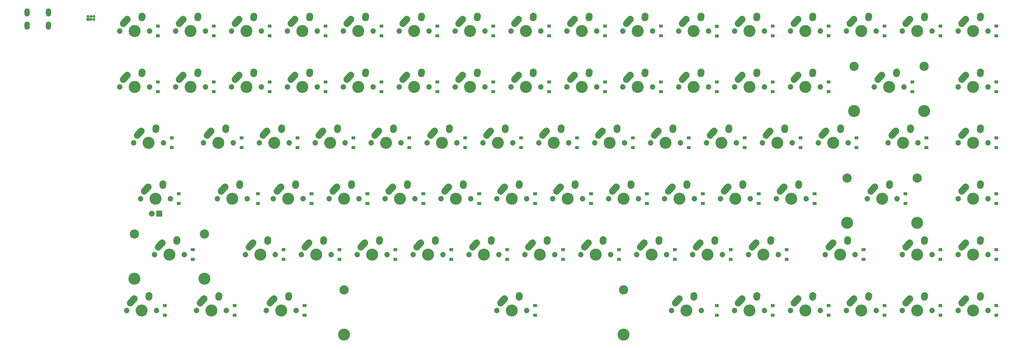
<source format=gbr>
G04 #@! TF.GenerationSoftware,KiCad,Pcbnew,(5.99.0-1615-g0042cd509)*
G04 #@! TF.CreationDate,2020-05-31T21:08:37-05:00*
G04 #@! TF.ProjectId,my-keyboard,6d792d6b-6579-4626-9f61-72642e6b6963,rev?*
G04 #@! TF.SameCoordinates,Original*
G04 #@! TF.FileFunction,Soldermask,Bot*
G04 #@! TF.FilePolarity,Negative*
%FSLAX46Y46*%
G04 Gerber Fmt 4.6, Leading zero omitted, Abs format (unit mm)*
G04 Created by KiCad (PCBNEW (5.99.0-1615-g0042cd509)) date 2020-05-31 21:08:37*
%MOMM*%
%LPD*%
G01*
G04 APERTURE LIST*
%ADD10C,1.852000*%
%ADD11C,2.352000*%
%ADD12C,4.089800*%
%ADD13C,3.150000*%
%ADD14C,2.007000*%
%ADD15O,0.952000X0.952000*%
%ADD16O,1.802000X2.802000*%
G04 APERTURE END LIST*
D10*
X334486250Y-188912500D03*
X324326250Y-188912500D03*
D11*
X326906250Y-184912500D03*
D12*
X329406250Y-188912500D03*
G36*
G01*
X324810873Y-187247805D02*
X324810873Y-187247805D01*
G75*
G02*
X324720945Y-185587123I785377J875305D01*
G01*
X326030947Y-184127123D01*
G75*
G02*
X327691629Y-184037195I875305J-785377D01*
G01*
X327691629Y-184037195D01*
G75*
G02*
X327781557Y-185697877I-785377J-875305D01*
G01*
X326471555Y-187157877D01*
G75*
G02*
X324810873Y-187247805I-875305J785377D01*
G01*
G37*
D11*
X331946250Y-183832500D03*
G36*
G01*
X331825338Y-185585713D02*
X331825338Y-185585713D01*
G75*
G02*
X330733037Y-184331588I80912J1173213D01*
G01*
X330773037Y-183751588D01*
G75*
G02*
X332027162Y-182659287I1173213J-80912D01*
G01*
X332027162Y-182659287D01*
G75*
G02*
X333119463Y-183913412I-80912J-1173213D01*
G01*
X333079463Y-184493412D01*
G75*
G02*
X331825338Y-185585713I-1173213J80912D01*
G01*
G37*
D12*
X112744250Y-197167500D03*
X88868250Y-197167500D03*
D13*
X112744250Y-181927500D03*
X88868250Y-181927500D03*
D10*
X105886250Y-188912500D03*
X95726250Y-188912500D03*
D11*
X98306250Y-184912500D03*
D12*
X100806250Y-188912500D03*
G36*
G01*
X96210873Y-187247805D02*
X96210873Y-187247805D01*
G75*
G02*
X96120945Y-185587123I785377J875305D01*
G01*
X97430947Y-184127123D01*
G75*
G02*
X99091629Y-184037195I875305J-785377D01*
G01*
X99091629Y-184037195D01*
G75*
G02*
X99181557Y-185697877I-785377J-875305D01*
G01*
X97871555Y-187157877D01*
G75*
G02*
X96210873Y-187247805I-875305J785377D01*
G01*
G37*
D11*
X103346250Y-183832500D03*
G36*
G01*
X103225338Y-185585713D02*
X103225338Y-185585713D01*
G75*
G02*
X102133037Y-184331588I80912J1173213D01*
G01*
X102173037Y-183751588D01*
G75*
G02*
X103427162Y-182659287I1173213J-80912D01*
G01*
X103427162Y-182659287D01*
G75*
G02*
X104519463Y-183913412I-80912J-1173213D01*
G01*
X104479463Y-184493412D01*
G75*
G02*
X103225338Y-185585713I-1173213J80912D01*
G01*
G37*
D12*
X355631750Y-178117500D03*
X331755750Y-178117500D03*
D13*
X355631750Y-162877500D03*
X331755750Y-162877500D03*
D10*
X348773750Y-169862500D03*
X338613750Y-169862500D03*
D11*
X341193750Y-165862500D03*
D12*
X343693750Y-169862500D03*
G36*
G01*
X339098373Y-168197805D02*
X339098373Y-168197805D01*
G75*
G02*
X339008445Y-166537123I785377J875305D01*
G01*
X340318447Y-165077123D01*
G75*
G02*
X341979129Y-164987195I875305J-785377D01*
G01*
X341979129Y-164987195D01*
G75*
G02*
X342069057Y-166647877I-785377J-875305D01*
G01*
X340759055Y-168107877D01*
G75*
G02*
X339098373Y-168197805I-875305J785377D01*
G01*
G37*
D11*
X346233750Y-164782500D03*
G36*
G01*
X346112838Y-166535713D02*
X346112838Y-166535713D01*
G75*
G02*
X345020537Y-165281588I80912J1173213D01*
G01*
X345060537Y-164701588D01*
G75*
G02*
X346314662Y-163609287I1173213J-80912D01*
G01*
X346314662Y-163609287D01*
G75*
G02*
X347406963Y-164863412I-80912J-1173213D01*
G01*
X347366963Y-165443412D01*
G75*
G02*
X346112838Y-166535713I-1173213J80912D01*
G01*
G37*
D10*
X101123750Y-169862500D03*
X90963750Y-169862500D03*
G36*
G01*
X96310250Y-175895000D02*
X96310250Y-173990000D01*
G75*
G02*
X96361250Y-173939000I51000J0D01*
G01*
X98266250Y-173939000D01*
G75*
G02*
X98317250Y-173990000I0J-51000D01*
G01*
X98317250Y-175895000D01*
G75*
G02*
X98266250Y-175946000I-51000J0D01*
G01*
X96361250Y-175946000D01*
G75*
G02*
X96310250Y-175895000I0J51000D01*
G01*
G37*
D14*
X94773750Y-174942500D03*
D11*
X93543750Y-165862500D03*
D12*
X96043750Y-169862500D03*
G36*
G01*
X91448373Y-168197805D02*
X91448373Y-168197805D01*
G75*
G02*
X91358445Y-166537123I785377J875305D01*
G01*
X92668447Y-165077123D01*
G75*
G02*
X94329129Y-164987195I875305J-785377D01*
G01*
X94329129Y-164987195D01*
G75*
G02*
X94419057Y-166647877I-785377J-875305D01*
G01*
X93109055Y-168107877D01*
G75*
G02*
X91448373Y-168197805I-875305J785377D01*
G01*
G37*
D11*
X98583750Y-164782500D03*
G36*
G01*
X98462838Y-166535713D02*
X98462838Y-166535713D01*
G75*
G02*
X97370537Y-165281588I80912J1173213D01*
G01*
X97410537Y-164701588D01*
G75*
G02*
X98664662Y-163609287I1173213J-80912D01*
G01*
X98664662Y-163609287D01*
G75*
G02*
X99756963Y-164863412I-80912J-1173213D01*
G01*
X99716963Y-165443412D01*
G75*
G02*
X98462838Y-166535713I-1173213J80912D01*
G01*
G37*
D10*
X355917500Y-150812500D03*
X345757500Y-150812500D03*
D11*
X348337500Y-146812500D03*
D12*
X350837500Y-150812500D03*
G36*
G01*
X346242123Y-149147805D02*
X346242123Y-149147805D01*
G75*
G02*
X346152195Y-147487123I785377J875305D01*
G01*
X347462197Y-146027123D01*
G75*
G02*
X349122879Y-145937195I875305J-785377D01*
G01*
X349122879Y-145937195D01*
G75*
G02*
X349212807Y-147597877I-785377J-875305D01*
G01*
X347902805Y-149057877D01*
G75*
G02*
X346242123Y-149147805I-875305J785377D01*
G01*
G37*
D11*
X353377500Y-145732500D03*
G36*
G01*
X353256588Y-147485713D02*
X353256588Y-147485713D01*
G75*
G02*
X352164287Y-146231588I80912J1173213D01*
G01*
X352204287Y-145651588D01*
G75*
G02*
X353458412Y-144559287I1173213J-80912D01*
G01*
X353458412Y-144559287D01*
G75*
G02*
X354550713Y-145813412I-80912J-1173213D01*
G01*
X354510713Y-146393412D01*
G75*
G02*
X353256588Y-147485713I-1173213J80912D01*
G01*
G37*
D10*
X98742500Y-150812500D03*
X88582500Y-150812500D03*
D11*
X91162500Y-146812500D03*
D12*
X93662500Y-150812500D03*
G36*
G01*
X89067123Y-149147805D02*
X89067123Y-149147805D01*
G75*
G02*
X88977195Y-147487123I785377J875305D01*
G01*
X90287197Y-146027123D01*
G75*
G02*
X91947879Y-145937195I875305J-785377D01*
G01*
X91947879Y-145937195D01*
G75*
G02*
X92037807Y-147597877I-785377J-875305D01*
G01*
X90727805Y-149057877D01*
G75*
G02*
X89067123Y-149147805I-875305J785377D01*
G01*
G37*
D11*
X96202500Y-145732500D03*
G36*
G01*
X96081588Y-147485713D02*
X96081588Y-147485713D01*
G75*
G02*
X94989287Y-146231588I80912J1173213D01*
G01*
X95029287Y-145651588D01*
G75*
G02*
X96283412Y-144559287I1173213J-80912D01*
G01*
X96283412Y-144559287D01*
G75*
G02*
X97375713Y-145813412I-80912J-1173213D01*
G01*
X97335713Y-146393412D01*
G75*
G02*
X96081588Y-147485713I-1173213J80912D01*
G01*
G37*
D12*
X358013000Y-140017500D03*
X334137000Y-140017500D03*
D13*
X358013000Y-124777500D03*
X334137000Y-124777500D03*
D10*
X351155000Y-131762500D03*
X340995000Y-131762500D03*
D11*
X343575000Y-127762500D03*
D12*
X346075000Y-131762500D03*
G36*
G01*
X341479623Y-130097805D02*
X341479623Y-130097805D01*
G75*
G02*
X341389695Y-128437123I785377J875305D01*
G01*
X342699697Y-126977123D01*
G75*
G02*
X344360379Y-126887195I875305J-785377D01*
G01*
X344360379Y-126887195D01*
G75*
G02*
X344450307Y-128547877I-785377J-875305D01*
G01*
X343140305Y-130007877D01*
G75*
G02*
X341479623Y-130097805I-875305J785377D01*
G01*
G37*
D11*
X348615000Y-126682500D03*
G36*
G01*
X348494088Y-128435713D02*
X348494088Y-128435713D01*
G75*
G02*
X347401787Y-127181588I80912J1173213D01*
G01*
X347441787Y-126601588D01*
G75*
G02*
X348695912Y-125509287I1173213J-80912D01*
G01*
X348695912Y-125509287D01*
G75*
G02*
X349788213Y-126763412I-80912J-1173213D01*
G01*
X349748213Y-127343412D01*
G75*
G02*
X348494088Y-128435713I-1173213J80912D01*
G01*
G37*
D10*
X282098750Y-207962500D03*
X271938750Y-207962500D03*
D11*
X274518750Y-203962500D03*
D12*
X277018750Y-207962500D03*
G36*
G01*
X272423373Y-206297805D02*
X272423373Y-206297805D01*
G75*
G02*
X272333445Y-204637123I785377J875305D01*
G01*
X273643447Y-203177123D01*
G75*
G02*
X275304129Y-203087195I875305J-785377D01*
G01*
X275304129Y-203087195D01*
G75*
G02*
X275394057Y-204747877I-785377J-875305D01*
G01*
X274084055Y-206207877D01*
G75*
G02*
X272423373Y-206297805I-875305J785377D01*
G01*
G37*
D11*
X279558750Y-202882500D03*
G36*
G01*
X279437838Y-204635713D02*
X279437838Y-204635713D01*
G75*
G02*
X278345537Y-203381588I80912J1173213D01*
G01*
X278385537Y-202801588D01*
G75*
G02*
X279639662Y-201709287I1173213J-80912D01*
G01*
X279639662Y-201709287D01*
G75*
G02*
X280731963Y-202963412I-80912J-1173213D01*
G01*
X280691963Y-203543412D01*
G75*
G02*
X279437838Y-204635713I-1173213J80912D01*
G01*
G37*
D10*
X143986250Y-207962500D03*
X133826250Y-207962500D03*
D11*
X136406250Y-203962500D03*
D12*
X138906250Y-207962500D03*
G36*
G01*
X134310873Y-206297805D02*
X134310873Y-206297805D01*
G75*
G02*
X134220945Y-204637123I785377J875305D01*
G01*
X135530947Y-203177123D01*
G75*
G02*
X137191629Y-203087195I875305J-785377D01*
G01*
X137191629Y-203087195D01*
G75*
G02*
X137281557Y-204747877I-785377J-875305D01*
G01*
X135971555Y-206207877D01*
G75*
G02*
X134310873Y-206297805I-875305J785377D01*
G01*
G37*
D11*
X141446250Y-202882500D03*
G36*
G01*
X141325338Y-204635713D02*
X141325338Y-204635713D01*
G75*
G02*
X140233037Y-203381588I80912J1173213D01*
G01*
X140273037Y-202801588D01*
G75*
G02*
X141527162Y-201709287I1173213J-80912D01*
G01*
X141527162Y-201709287D01*
G75*
G02*
X142619463Y-202963412I-80912J-1173213D01*
G01*
X142579463Y-203543412D01*
G75*
G02*
X141325338Y-204635713I-1173213J80912D01*
G01*
G37*
D10*
X120173750Y-207962500D03*
X110013750Y-207962500D03*
D11*
X112593750Y-203962500D03*
D12*
X115093750Y-207962500D03*
G36*
G01*
X110498373Y-206297805D02*
X110498373Y-206297805D01*
G75*
G02*
X110408445Y-204637123I785377J875305D01*
G01*
X111718447Y-203177123D01*
G75*
G02*
X113379129Y-203087195I875305J-785377D01*
G01*
X113379129Y-203087195D01*
G75*
G02*
X113469057Y-204747877I-785377J-875305D01*
G01*
X112159055Y-206207877D01*
G75*
G02*
X110498373Y-206297805I-875305J785377D01*
G01*
G37*
D11*
X117633750Y-202882500D03*
G36*
G01*
X117512838Y-204635713D02*
X117512838Y-204635713D01*
G75*
G02*
X116420537Y-203381588I80912J1173213D01*
G01*
X116460537Y-202801588D01*
G75*
G02*
X117714662Y-201709287I1173213J-80912D01*
G01*
X117714662Y-201709287D01*
G75*
G02*
X118806963Y-202963412I-80912J-1173213D01*
G01*
X118766963Y-203543412D01*
G75*
G02*
X117512838Y-204635713I-1173213J80912D01*
G01*
G37*
D10*
X96361250Y-207962500D03*
X86201250Y-207962500D03*
D11*
X88781250Y-203962500D03*
D12*
X91281250Y-207962500D03*
G36*
G01*
X86685873Y-206297805D02*
X86685873Y-206297805D01*
G75*
G02*
X86595945Y-204637123I785377J875305D01*
G01*
X87905947Y-203177123D01*
G75*
G02*
X89566629Y-203087195I875305J-785377D01*
G01*
X89566629Y-203087195D01*
G75*
G02*
X89656557Y-204747877I-785377J-875305D01*
G01*
X88346555Y-206207877D01*
G75*
G02*
X86685873Y-206297805I-875305J785377D01*
G01*
G37*
D11*
X93821250Y-202882500D03*
G36*
G01*
X93700338Y-204635713D02*
X93700338Y-204635713D01*
G75*
G02*
X92608037Y-203381588I80912J1173213D01*
G01*
X92648037Y-202801588D01*
G75*
G02*
X93902162Y-201709287I1173213J-80912D01*
G01*
X93902162Y-201709287D01*
G75*
G02*
X94994463Y-202963412I-80912J-1173213D01*
G01*
X94954463Y-203543412D01*
G75*
G02*
X93700338Y-204635713I-1173213J80912D01*
G01*
G37*
D12*
X255587500Y-216217500D03*
X160337500Y-216217500D03*
D13*
X255587500Y-200977500D03*
X160337500Y-200977500D03*
D10*
X222567500Y-207962500D03*
X212407500Y-207962500D03*
D11*
X214987500Y-203962500D03*
D12*
X217487500Y-207962500D03*
G36*
G01*
X212892123Y-206297805D02*
X212892123Y-206297805D01*
G75*
G02*
X212802195Y-204637123I785377J875305D01*
G01*
X214112197Y-203177123D01*
G75*
G02*
X215772879Y-203087195I875305J-785377D01*
G01*
X215772879Y-203087195D01*
G75*
G02*
X215862807Y-204747877I-785377J-875305D01*
G01*
X214552805Y-206207877D01*
G75*
G02*
X212892123Y-206297805I-875305J785377D01*
G01*
G37*
D11*
X220027500Y-202882500D03*
G36*
G01*
X219906588Y-204635713D02*
X219906588Y-204635713D01*
G75*
G02*
X218814287Y-203381588I80912J1173213D01*
G01*
X218854287Y-202801588D01*
G75*
G02*
X220108412Y-201709287I1173213J-80912D01*
G01*
X220108412Y-201709287D01*
G75*
G02*
X221200713Y-202963412I-80912J-1173213D01*
G01*
X221160713Y-203543412D01*
G75*
G02*
X219906588Y-204635713I-1173213J80912D01*
G01*
G37*
D10*
X265430000Y-112712500D03*
X255270000Y-112712500D03*
D11*
X257850000Y-108712500D03*
D12*
X260350000Y-112712500D03*
G36*
G01*
X255754623Y-111047805D02*
X255754623Y-111047805D01*
G75*
G02*
X255664695Y-109387123I785377J875305D01*
G01*
X256974697Y-107927123D01*
G75*
G02*
X258635379Y-107837195I875305J-785377D01*
G01*
X258635379Y-107837195D01*
G75*
G02*
X258725307Y-109497877I-785377J-875305D01*
G01*
X257415305Y-110957877D01*
G75*
G02*
X255754623Y-111047805I-875305J785377D01*
G01*
G37*
D11*
X262890000Y-107632500D03*
G36*
G01*
X262769088Y-109385713D02*
X262769088Y-109385713D01*
G75*
G02*
X261676787Y-108131588I80912J1173213D01*
G01*
X261716787Y-107551588D01*
G75*
G02*
X262970912Y-106459287I1173213J-80912D01*
G01*
X262970912Y-106459287D01*
G75*
G02*
X264063213Y-107713412I-80912J-1173213D01*
G01*
X264023213Y-108293412D01*
G75*
G02*
X262769088Y-109385713I-1173213J80912D01*
G01*
G37*
D10*
X246380000Y-112712500D03*
X236220000Y-112712500D03*
D11*
X238800000Y-108712500D03*
D12*
X241300000Y-112712500D03*
G36*
G01*
X236704623Y-111047805D02*
X236704623Y-111047805D01*
G75*
G02*
X236614695Y-109387123I785377J875305D01*
G01*
X237924697Y-107927123D01*
G75*
G02*
X239585379Y-107837195I875305J-785377D01*
G01*
X239585379Y-107837195D01*
G75*
G02*
X239675307Y-109497877I-785377J-875305D01*
G01*
X238365305Y-110957877D01*
G75*
G02*
X236704623Y-111047805I-875305J785377D01*
G01*
G37*
D11*
X243840000Y-107632500D03*
G36*
G01*
X243719088Y-109385713D02*
X243719088Y-109385713D01*
G75*
G02*
X242626787Y-108131588I80912J1173213D01*
G01*
X242666787Y-107551588D01*
G75*
G02*
X243920912Y-106459287I1173213J-80912D01*
G01*
X243920912Y-106459287D01*
G75*
G02*
X245013213Y-107713412I-80912J-1173213D01*
G01*
X244973213Y-108293412D01*
G75*
G02*
X243719088Y-109385713I-1173213J80912D01*
G01*
G37*
D10*
X227330000Y-112712500D03*
X217170000Y-112712500D03*
D11*
X219750000Y-108712500D03*
D12*
X222250000Y-112712500D03*
G36*
G01*
X217654623Y-111047805D02*
X217654623Y-111047805D01*
G75*
G02*
X217564695Y-109387123I785377J875305D01*
G01*
X218874697Y-107927123D01*
G75*
G02*
X220535379Y-107837195I875305J-785377D01*
G01*
X220535379Y-107837195D01*
G75*
G02*
X220625307Y-109497877I-785377J-875305D01*
G01*
X219315305Y-110957877D01*
G75*
G02*
X217654623Y-111047805I-875305J785377D01*
G01*
G37*
D11*
X224790000Y-107632500D03*
G36*
G01*
X224669088Y-109385713D02*
X224669088Y-109385713D01*
G75*
G02*
X223576787Y-108131588I80912J1173213D01*
G01*
X223616787Y-107551588D01*
G75*
G02*
X224870912Y-106459287I1173213J-80912D01*
G01*
X224870912Y-106459287D01*
G75*
G02*
X225963213Y-107713412I-80912J-1173213D01*
G01*
X225923213Y-108293412D01*
G75*
G02*
X224669088Y-109385713I-1173213J80912D01*
G01*
G37*
D10*
X208280000Y-112712500D03*
X198120000Y-112712500D03*
D11*
X200700000Y-108712500D03*
D12*
X203200000Y-112712500D03*
G36*
G01*
X198604623Y-111047805D02*
X198604623Y-111047805D01*
G75*
G02*
X198514695Y-109387123I785377J875305D01*
G01*
X199824697Y-107927123D01*
G75*
G02*
X201485379Y-107837195I875305J-785377D01*
G01*
X201485379Y-107837195D01*
G75*
G02*
X201575307Y-109497877I-785377J-875305D01*
G01*
X200265305Y-110957877D01*
G75*
G02*
X198604623Y-111047805I-875305J785377D01*
G01*
G37*
D11*
X205740000Y-107632500D03*
G36*
G01*
X205619088Y-109385713D02*
X205619088Y-109385713D01*
G75*
G02*
X204526787Y-108131588I80912J1173213D01*
G01*
X204566787Y-107551588D01*
G75*
G02*
X205820912Y-106459287I1173213J-80912D01*
G01*
X205820912Y-106459287D01*
G75*
G02*
X206913213Y-107713412I-80912J-1173213D01*
G01*
X206873213Y-108293412D01*
G75*
G02*
X205619088Y-109385713I-1173213J80912D01*
G01*
G37*
D10*
X379730000Y-207962500D03*
X369570000Y-207962500D03*
D11*
X372150000Y-203962500D03*
D12*
X374650000Y-207962500D03*
G36*
G01*
X370054623Y-206297805D02*
X370054623Y-206297805D01*
G75*
G02*
X369964695Y-204637123I785377J875305D01*
G01*
X371274697Y-203177123D01*
G75*
G02*
X372935379Y-203087195I875305J-785377D01*
G01*
X372935379Y-203087195D01*
G75*
G02*
X373025307Y-204747877I-785377J-875305D01*
G01*
X371715305Y-206207877D01*
G75*
G02*
X370054623Y-206297805I-875305J785377D01*
G01*
G37*
D11*
X377190000Y-202882500D03*
G36*
G01*
X377069088Y-204635713D02*
X377069088Y-204635713D01*
G75*
G02*
X375976787Y-203381588I80912J1173213D01*
G01*
X376016787Y-202801588D01*
G75*
G02*
X377270912Y-201709287I1173213J-80912D01*
G01*
X377270912Y-201709287D01*
G75*
G02*
X378363213Y-202963412I-80912J-1173213D01*
G01*
X378323213Y-203543412D01*
G75*
G02*
X377069088Y-204635713I-1173213J80912D01*
G01*
G37*
D10*
X360680000Y-207962500D03*
X350520000Y-207962500D03*
D11*
X353100000Y-203962500D03*
D12*
X355600000Y-207962500D03*
G36*
G01*
X351004623Y-206297805D02*
X351004623Y-206297805D01*
G75*
G02*
X350914695Y-204637123I785377J875305D01*
G01*
X352224697Y-203177123D01*
G75*
G02*
X353885379Y-203087195I875305J-785377D01*
G01*
X353885379Y-203087195D01*
G75*
G02*
X353975307Y-204747877I-785377J-875305D01*
G01*
X352665305Y-206207877D01*
G75*
G02*
X351004623Y-206297805I-875305J785377D01*
G01*
G37*
D11*
X358140000Y-202882500D03*
G36*
G01*
X358019088Y-204635713D02*
X358019088Y-204635713D01*
G75*
G02*
X356926787Y-203381588I80912J1173213D01*
G01*
X356966787Y-202801588D01*
G75*
G02*
X358220912Y-201709287I1173213J-80912D01*
G01*
X358220912Y-201709287D01*
G75*
G02*
X359313213Y-202963412I-80912J-1173213D01*
G01*
X359273213Y-203543412D01*
G75*
G02*
X358019088Y-204635713I-1173213J80912D01*
G01*
G37*
D10*
X341630000Y-207962500D03*
X331470000Y-207962500D03*
D11*
X334050000Y-203962500D03*
D12*
X336550000Y-207962500D03*
G36*
G01*
X331954623Y-206297805D02*
X331954623Y-206297805D01*
G75*
G02*
X331864695Y-204637123I785377J875305D01*
G01*
X333174697Y-203177123D01*
G75*
G02*
X334835379Y-203087195I875305J-785377D01*
G01*
X334835379Y-203087195D01*
G75*
G02*
X334925307Y-204747877I-785377J-875305D01*
G01*
X333615305Y-206207877D01*
G75*
G02*
X331954623Y-206297805I-875305J785377D01*
G01*
G37*
D11*
X339090000Y-202882500D03*
G36*
G01*
X338969088Y-204635713D02*
X338969088Y-204635713D01*
G75*
G02*
X337876787Y-203381588I80912J1173213D01*
G01*
X337916787Y-202801588D01*
G75*
G02*
X339170912Y-201709287I1173213J-80912D01*
G01*
X339170912Y-201709287D01*
G75*
G02*
X340263213Y-202963412I-80912J-1173213D01*
G01*
X340223213Y-203543412D01*
G75*
G02*
X338969088Y-204635713I-1173213J80912D01*
G01*
G37*
D10*
X322580000Y-207962500D03*
X312420000Y-207962500D03*
D11*
X315000000Y-203962500D03*
D12*
X317500000Y-207962500D03*
G36*
G01*
X312904623Y-206297805D02*
X312904623Y-206297805D01*
G75*
G02*
X312814695Y-204637123I785377J875305D01*
G01*
X314124697Y-203177123D01*
G75*
G02*
X315785379Y-203087195I875305J-785377D01*
G01*
X315785379Y-203087195D01*
G75*
G02*
X315875307Y-204747877I-785377J-875305D01*
G01*
X314565305Y-206207877D01*
G75*
G02*
X312904623Y-206297805I-875305J785377D01*
G01*
G37*
D11*
X320040000Y-202882500D03*
G36*
G01*
X319919088Y-204635713D02*
X319919088Y-204635713D01*
G75*
G02*
X318826787Y-203381588I80912J1173213D01*
G01*
X318866787Y-202801588D01*
G75*
G02*
X320120912Y-201709287I1173213J-80912D01*
G01*
X320120912Y-201709287D01*
G75*
G02*
X321213213Y-202963412I-80912J-1173213D01*
G01*
X321173213Y-203543412D01*
G75*
G02*
X319919088Y-204635713I-1173213J80912D01*
G01*
G37*
D10*
X303530000Y-207962500D03*
X293370000Y-207962500D03*
D11*
X295950000Y-203962500D03*
D12*
X298450000Y-207962500D03*
G36*
G01*
X293854623Y-206297805D02*
X293854623Y-206297805D01*
G75*
G02*
X293764695Y-204637123I785377J875305D01*
G01*
X295074697Y-203177123D01*
G75*
G02*
X296735379Y-203087195I875305J-785377D01*
G01*
X296735379Y-203087195D01*
G75*
G02*
X296825307Y-204747877I-785377J-875305D01*
G01*
X295515305Y-206207877D01*
G75*
G02*
X293854623Y-206297805I-875305J785377D01*
G01*
G37*
D11*
X300990000Y-202882500D03*
G36*
G01*
X300869088Y-204635713D02*
X300869088Y-204635713D01*
G75*
G02*
X299776787Y-203381588I80912J1173213D01*
G01*
X299816787Y-202801588D01*
G75*
G02*
X301070912Y-201709287I1173213J-80912D01*
G01*
X301070912Y-201709287D01*
G75*
G02*
X302163213Y-202963412I-80912J-1173213D01*
G01*
X302123213Y-203543412D01*
G75*
G02*
X300869088Y-204635713I-1173213J80912D01*
G01*
G37*
D10*
X379730000Y-188912500D03*
X369570000Y-188912500D03*
D11*
X372150000Y-184912500D03*
D12*
X374650000Y-188912500D03*
G36*
G01*
X370054623Y-187247805D02*
X370054623Y-187247805D01*
G75*
G02*
X369964695Y-185587123I785377J875305D01*
G01*
X371274697Y-184127123D01*
G75*
G02*
X372935379Y-184037195I875305J-785377D01*
G01*
X372935379Y-184037195D01*
G75*
G02*
X373025307Y-185697877I-785377J-875305D01*
G01*
X371715305Y-187157877D01*
G75*
G02*
X370054623Y-187247805I-875305J785377D01*
G01*
G37*
D11*
X377190000Y-183832500D03*
G36*
G01*
X377069088Y-185585713D02*
X377069088Y-185585713D01*
G75*
G02*
X375976787Y-184331588I80912J1173213D01*
G01*
X376016787Y-183751588D01*
G75*
G02*
X377270912Y-182659287I1173213J-80912D01*
G01*
X377270912Y-182659287D01*
G75*
G02*
X378363213Y-183913412I-80912J-1173213D01*
G01*
X378323213Y-184493412D01*
G75*
G02*
X377069088Y-185585713I-1173213J80912D01*
G01*
G37*
D10*
X360680000Y-188912500D03*
X350520000Y-188912500D03*
D11*
X353100000Y-184912500D03*
D12*
X355600000Y-188912500D03*
G36*
G01*
X351004623Y-187247805D02*
X351004623Y-187247805D01*
G75*
G02*
X350914695Y-185587123I785377J875305D01*
G01*
X352224697Y-184127123D01*
G75*
G02*
X353885379Y-184037195I875305J-785377D01*
G01*
X353885379Y-184037195D01*
G75*
G02*
X353975307Y-185697877I-785377J-875305D01*
G01*
X352665305Y-187157877D01*
G75*
G02*
X351004623Y-187247805I-875305J785377D01*
G01*
G37*
D11*
X358140000Y-183832500D03*
G36*
G01*
X358019088Y-185585713D02*
X358019088Y-185585713D01*
G75*
G02*
X356926787Y-184331588I80912J1173213D01*
G01*
X356966787Y-183751588D01*
G75*
G02*
X358220912Y-182659287I1173213J-80912D01*
G01*
X358220912Y-182659287D01*
G75*
G02*
X359313213Y-183913412I-80912J-1173213D01*
G01*
X359273213Y-184493412D01*
G75*
G02*
X358019088Y-185585713I-1173213J80912D01*
G01*
G37*
D10*
X308292500Y-188912500D03*
X298132500Y-188912500D03*
D11*
X300712500Y-184912500D03*
D12*
X303212500Y-188912500D03*
G36*
G01*
X298617123Y-187247805D02*
X298617123Y-187247805D01*
G75*
G02*
X298527195Y-185587123I785377J875305D01*
G01*
X299837197Y-184127123D01*
G75*
G02*
X301497879Y-184037195I875305J-785377D01*
G01*
X301497879Y-184037195D01*
G75*
G02*
X301587807Y-185697877I-785377J-875305D01*
G01*
X300277805Y-187157877D01*
G75*
G02*
X298617123Y-187247805I-875305J785377D01*
G01*
G37*
D11*
X305752500Y-183832500D03*
G36*
G01*
X305631588Y-185585713D02*
X305631588Y-185585713D01*
G75*
G02*
X304539287Y-184331588I80912J1173213D01*
G01*
X304579287Y-183751588D01*
G75*
G02*
X305833412Y-182659287I1173213J-80912D01*
G01*
X305833412Y-182659287D01*
G75*
G02*
X306925713Y-183913412I-80912J-1173213D01*
G01*
X306885713Y-184493412D01*
G75*
G02*
X305631588Y-185585713I-1173213J80912D01*
G01*
G37*
D10*
X289242500Y-188912500D03*
X279082500Y-188912500D03*
D11*
X281662500Y-184912500D03*
D12*
X284162500Y-188912500D03*
G36*
G01*
X279567123Y-187247805D02*
X279567123Y-187247805D01*
G75*
G02*
X279477195Y-185587123I785377J875305D01*
G01*
X280787197Y-184127123D01*
G75*
G02*
X282447879Y-184037195I875305J-785377D01*
G01*
X282447879Y-184037195D01*
G75*
G02*
X282537807Y-185697877I-785377J-875305D01*
G01*
X281227805Y-187157877D01*
G75*
G02*
X279567123Y-187247805I-875305J785377D01*
G01*
G37*
D11*
X286702500Y-183832500D03*
G36*
G01*
X286581588Y-185585713D02*
X286581588Y-185585713D01*
G75*
G02*
X285489287Y-184331588I80912J1173213D01*
G01*
X285529287Y-183751588D01*
G75*
G02*
X286783412Y-182659287I1173213J-80912D01*
G01*
X286783412Y-182659287D01*
G75*
G02*
X287875713Y-183913412I-80912J-1173213D01*
G01*
X287835713Y-184493412D01*
G75*
G02*
X286581588Y-185585713I-1173213J80912D01*
G01*
G37*
D10*
X270192500Y-188912500D03*
X260032500Y-188912500D03*
D11*
X262612500Y-184912500D03*
D12*
X265112500Y-188912500D03*
G36*
G01*
X260517123Y-187247805D02*
X260517123Y-187247805D01*
G75*
G02*
X260427195Y-185587123I785377J875305D01*
G01*
X261737197Y-184127123D01*
G75*
G02*
X263397879Y-184037195I875305J-785377D01*
G01*
X263397879Y-184037195D01*
G75*
G02*
X263487807Y-185697877I-785377J-875305D01*
G01*
X262177805Y-187157877D01*
G75*
G02*
X260517123Y-187247805I-875305J785377D01*
G01*
G37*
D11*
X267652500Y-183832500D03*
G36*
G01*
X267531588Y-185585713D02*
X267531588Y-185585713D01*
G75*
G02*
X266439287Y-184331588I80912J1173213D01*
G01*
X266479287Y-183751588D01*
G75*
G02*
X267733412Y-182659287I1173213J-80912D01*
G01*
X267733412Y-182659287D01*
G75*
G02*
X268825713Y-183913412I-80912J-1173213D01*
G01*
X268785713Y-184493412D01*
G75*
G02*
X267531588Y-185585713I-1173213J80912D01*
G01*
G37*
D10*
X251142500Y-188912500D03*
X240982500Y-188912500D03*
D11*
X243562500Y-184912500D03*
D12*
X246062500Y-188912500D03*
G36*
G01*
X241467123Y-187247805D02*
X241467123Y-187247805D01*
G75*
G02*
X241377195Y-185587123I785377J875305D01*
G01*
X242687197Y-184127123D01*
G75*
G02*
X244347879Y-184037195I875305J-785377D01*
G01*
X244347879Y-184037195D01*
G75*
G02*
X244437807Y-185697877I-785377J-875305D01*
G01*
X243127805Y-187157877D01*
G75*
G02*
X241467123Y-187247805I-875305J785377D01*
G01*
G37*
D11*
X248602500Y-183832500D03*
G36*
G01*
X248481588Y-185585713D02*
X248481588Y-185585713D01*
G75*
G02*
X247389287Y-184331588I80912J1173213D01*
G01*
X247429287Y-183751588D01*
G75*
G02*
X248683412Y-182659287I1173213J-80912D01*
G01*
X248683412Y-182659287D01*
G75*
G02*
X249775713Y-183913412I-80912J-1173213D01*
G01*
X249735713Y-184493412D01*
G75*
G02*
X248481588Y-185585713I-1173213J80912D01*
G01*
G37*
D10*
X232092500Y-188912500D03*
X221932500Y-188912500D03*
D11*
X224512500Y-184912500D03*
D12*
X227012500Y-188912500D03*
G36*
G01*
X222417123Y-187247805D02*
X222417123Y-187247805D01*
G75*
G02*
X222327195Y-185587123I785377J875305D01*
G01*
X223637197Y-184127123D01*
G75*
G02*
X225297879Y-184037195I875305J-785377D01*
G01*
X225297879Y-184037195D01*
G75*
G02*
X225387807Y-185697877I-785377J-875305D01*
G01*
X224077805Y-187157877D01*
G75*
G02*
X222417123Y-187247805I-875305J785377D01*
G01*
G37*
D11*
X229552500Y-183832500D03*
G36*
G01*
X229431588Y-185585713D02*
X229431588Y-185585713D01*
G75*
G02*
X228339287Y-184331588I80912J1173213D01*
G01*
X228379287Y-183751588D01*
G75*
G02*
X229633412Y-182659287I1173213J-80912D01*
G01*
X229633412Y-182659287D01*
G75*
G02*
X230725713Y-183913412I-80912J-1173213D01*
G01*
X230685713Y-184493412D01*
G75*
G02*
X229431588Y-185585713I-1173213J80912D01*
G01*
G37*
D10*
X213042500Y-188912500D03*
X202882500Y-188912500D03*
D11*
X205462500Y-184912500D03*
D12*
X207962500Y-188912500D03*
G36*
G01*
X203367123Y-187247805D02*
X203367123Y-187247805D01*
G75*
G02*
X203277195Y-185587123I785377J875305D01*
G01*
X204587197Y-184127123D01*
G75*
G02*
X206247879Y-184037195I875305J-785377D01*
G01*
X206247879Y-184037195D01*
G75*
G02*
X206337807Y-185697877I-785377J-875305D01*
G01*
X205027805Y-187157877D01*
G75*
G02*
X203367123Y-187247805I-875305J785377D01*
G01*
G37*
D11*
X210502500Y-183832500D03*
G36*
G01*
X210381588Y-185585713D02*
X210381588Y-185585713D01*
G75*
G02*
X209289287Y-184331588I80912J1173213D01*
G01*
X209329287Y-183751588D01*
G75*
G02*
X210583412Y-182659287I1173213J-80912D01*
G01*
X210583412Y-182659287D01*
G75*
G02*
X211675713Y-183913412I-80912J-1173213D01*
G01*
X211635713Y-184493412D01*
G75*
G02*
X210381588Y-185585713I-1173213J80912D01*
G01*
G37*
D10*
X193992500Y-188912500D03*
X183832500Y-188912500D03*
D11*
X186412500Y-184912500D03*
D12*
X188912500Y-188912500D03*
G36*
G01*
X184317123Y-187247805D02*
X184317123Y-187247805D01*
G75*
G02*
X184227195Y-185587123I785377J875305D01*
G01*
X185537197Y-184127123D01*
G75*
G02*
X187197879Y-184037195I875305J-785377D01*
G01*
X187197879Y-184037195D01*
G75*
G02*
X187287807Y-185697877I-785377J-875305D01*
G01*
X185977805Y-187157877D01*
G75*
G02*
X184317123Y-187247805I-875305J785377D01*
G01*
G37*
D11*
X191452500Y-183832500D03*
G36*
G01*
X191331588Y-185585713D02*
X191331588Y-185585713D01*
G75*
G02*
X190239287Y-184331588I80912J1173213D01*
G01*
X190279287Y-183751588D01*
G75*
G02*
X191533412Y-182659287I1173213J-80912D01*
G01*
X191533412Y-182659287D01*
G75*
G02*
X192625713Y-183913412I-80912J-1173213D01*
G01*
X192585713Y-184493412D01*
G75*
G02*
X191331588Y-185585713I-1173213J80912D01*
G01*
G37*
D10*
X174942500Y-188912500D03*
X164782500Y-188912500D03*
D11*
X167362500Y-184912500D03*
D12*
X169862500Y-188912500D03*
G36*
G01*
X165267123Y-187247805D02*
X165267123Y-187247805D01*
G75*
G02*
X165177195Y-185587123I785377J875305D01*
G01*
X166487197Y-184127123D01*
G75*
G02*
X168147879Y-184037195I875305J-785377D01*
G01*
X168147879Y-184037195D01*
G75*
G02*
X168237807Y-185697877I-785377J-875305D01*
G01*
X166927805Y-187157877D01*
G75*
G02*
X165267123Y-187247805I-875305J785377D01*
G01*
G37*
D11*
X172402500Y-183832500D03*
G36*
G01*
X172281588Y-185585713D02*
X172281588Y-185585713D01*
G75*
G02*
X171189287Y-184331588I80912J1173213D01*
G01*
X171229287Y-183751588D01*
G75*
G02*
X172483412Y-182659287I1173213J-80912D01*
G01*
X172483412Y-182659287D01*
G75*
G02*
X173575713Y-183913412I-80912J-1173213D01*
G01*
X173535713Y-184493412D01*
G75*
G02*
X172281588Y-185585713I-1173213J80912D01*
G01*
G37*
D10*
X155892500Y-188912500D03*
X145732500Y-188912500D03*
D11*
X148312500Y-184912500D03*
D12*
X150812500Y-188912500D03*
G36*
G01*
X146217123Y-187247805D02*
X146217123Y-187247805D01*
G75*
G02*
X146127195Y-185587123I785377J875305D01*
G01*
X147437197Y-184127123D01*
G75*
G02*
X149097879Y-184037195I875305J-785377D01*
G01*
X149097879Y-184037195D01*
G75*
G02*
X149187807Y-185697877I-785377J-875305D01*
G01*
X147877805Y-187157877D01*
G75*
G02*
X146217123Y-187247805I-875305J785377D01*
G01*
G37*
D11*
X153352500Y-183832500D03*
G36*
G01*
X153231588Y-185585713D02*
X153231588Y-185585713D01*
G75*
G02*
X152139287Y-184331588I80912J1173213D01*
G01*
X152179287Y-183751588D01*
G75*
G02*
X153433412Y-182659287I1173213J-80912D01*
G01*
X153433412Y-182659287D01*
G75*
G02*
X154525713Y-183913412I-80912J-1173213D01*
G01*
X154485713Y-184493412D01*
G75*
G02*
X153231588Y-185585713I-1173213J80912D01*
G01*
G37*
D10*
X136842500Y-188912500D03*
X126682500Y-188912500D03*
D11*
X129262500Y-184912500D03*
D12*
X131762500Y-188912500D03*
G36*
G01*
X127167123Y-187247805D02*
X127167123Y-187247805D01*
G75*
G02*
X127077195Y-185587123I785377J875305D01*
G01*
X128387197Y-184127123D01*
G75*
G02*
X130047879Y-184037195I875305J-785377D01*
G01*
X130047879Y-184037195D01*
G75*
G02*
X130137807Y-185697877I-785377J-875305D01*
G01*
X128827805Y-187157877D01*
G75*
G02*
X127167123Y-187247805I-875305J785377D01*
G01*
G37*
D11*
X134302500Y-183832500D03*
G36*
G01*
X134181588Y-185585713D02*
X134181588Y-185585713D01*
G75*
G02*
X133089287Y-184331588I80912J1173213D01*
G01*
X133129287Y-183751588D01*
G75*
G02*
X134383412Y-182659287I1173213J-80912D01*
G01*
X134383412Y-182659287D01*
G75*
G02*
X135475713Y-183913412I-80912J-1173213D01*
G01*
X135435713Y-184493412D01*
G75*
G02*
X134181588Y-185585713I-1173213J80912D01*
G01*
G37*
D10*
X379730000Y-169862500D03*
X369570000Y-169862500D03*
D11*
X372150000Y-165862500D03*
D12*
X374650000Y-169862500D03*
G36*
G01*
X370054623Y-168197805D02*
X370054623Y-168197805D01*
G75*
G02*
X369964695Y-166537123I785377J875305D01*
G01*
X371274697Y-165077123D01*
G75*
G02*
X372935379Y-164987195I875305J-785377D01*
G01*
X372935379Y-164987195D01*
G75*
G02*
X373025307Y-166647877I-785377J-875305D01*
G01*
X371715305Y-168107877D01*
G75*
G02*
X370054623Y-168197805I-875305J785377D01*
G01*
G37*
D11*
X377190000Y-164782500D03*
G36*
G01*
X377069088Y-166535713D02*
X377069088Y-166535713D01*
G75*
G02*
X375976787Y-165281588I80912J1173213D01*
G01*
X376016787Y-164701588D01*
G75*
G02*
X377270912Y-163609287I1173213J-80912D01*
G01*
X377270912Y-163609287D01*
G75*
G02*
X378363213Y-164863412I-80912J-1173213D01*
G01*
X378323213Y-165443412D01*
G75*
G02*
X377069088Y-166535713I-1173213J80912D01*
G01*
G37*
D10*
X317817500Y-169862500D03*
X307657500Y-169862500D03*
D11*
X310237500Y-165862500D03*
D12*
X312737500Y-169862500D03*
G36*
G01*
X308142123Y-168197805D02*
X308142123Y-168197805D01*
G75*
G02*
X308052195Y-166537123I785377J875305D01*
G01*
X309362197Y-165077123D01*
G75*
G02*
X311022879Y-164987195I875305J-785377D01*
G01*
X311022879Y-164987195D01*
G75*
G02*
X311112807Y-166647877I-785377J-875305D01*
G01*
X309802805Y-168107877D01*
G75*
G02*
X308142123Y-168197805I-875305J785377D01*
G01*
G37*
D11*
X315277500Y-164782500D03*
G36*
G01*
X315156588Y-166535713D02*
X315156588Y-166535713D01*
G75*
G02*
X314064287Y-165281588I80912J1173213D01*
G01*
X314104287Y-164701588D01*
G75*
G02*
X315358412Y-163609287I1173213J-80912D01*
G01*
X315358412Y-163609287D01*
G75*
G02*
X316450713Y-164863412I-80912J-1173213D01*
G01*
X316410713Y-165443412D01*
G75*
G02*
X315156588Y-166535713I-1173213J80912D01*
G01*
G37*
D10*
X298767500Y-169862500D03*
X288607500Y-169862500D03*
D11*
X291187500Y-165862500D03*
D12*
X293687500Y-169862500D03*
G36*
G01*
X289092123Y-168197805D02*
X289092123Y-168197805D01*
G75*
G02*
X289002195Y-166537123I785377J875305D01*
G01*
X290312197Y-165077123D01*
G75*
G02*
X291972879Y-164987195I875305J-785377D01*
G01*
X291972879Y-164987195D01*
G75*
G02*
X292062807Y-166647877I-785377J-875305D01*
G01*
X290752805Y-168107877D01*
G75*
G02*
X289092123Y-168197805I-875305J785377D01*
G01*
G37*
D11*
X296227500Y-164782500D03*
G36*
G01*
X296106588Y-166535713D02*
X296106588Y-166535713D01*
G75*
G02*
X295014287Y-165281588I80912J1173213D01*
G01*
X295054287Y-164701588D01*
G75*
G02*
X296308412Y-163609287I1173213J-80912D01*
G01*
X296308412Y-163609287D01*
G75*
G02*
X297400713Y-164863412I-80912J-1173213D01*
G01*
X297360713Y-165443412D01*
G75*
G02*
X296106588Y-166535713I-1173213J80912D01*
G01*
G37*
D10*
X279717500Y-169862500D03*
X269557500Y-169862500D03*
D11*
X272137500Y-165862500D03*
D12*
X274637500Y-169862500D03*
G36*
G01*
X270042123Y-168197805D02*
X270042123Y-168197805D01*
G75*
G02*
X269952195Y-166537123I785377J875305D01*
G01*
X271262197Y-165077123D01*
G75*
G02*
X272922879Y-164987195I875305J-785377D01*
G01*
X272922879Y-164987195D01*
G75*
G02*
X273012807Y-166647877I-785377J-875305D01*
G01*
X271702805Y-168107877D01*
G75*
G02*
X270042123Y-168197805I-875305J785377D01*
G01*
G37*
D11*
X277177500Y-164782500D03*
G36*
G01*
X277056588Y-166535713D02*
X277056588Y-166535713D01*
G75*
G02*
X275964287Y-165281588I80912J1173213D01*
G01*
X276004287Y-164701588D01*
G75*
G02*
X277258412Y-163609287I1173213J-80912D01*
G01*
X277258412Y-163609287D01*
G75*
G02*
X278350713Y-164863412I-80912J-1173213D01*
G01*
X278310713Y-165443412D01*
G75*
G02*
X277056588Y-166535713I-1173213J80912D01*
G01*
G37*
D10*
X260667500Y-169862500D03*
X250507500Y-169862500D03*
D11*
X253087500Y-165862500D03*
D12*
X255587500Y-169862500D03*
G36*
G01*
X250992123Y-168197805D02*
X250992123Y-168197805D01*
G75*
G02*
X250902195Y-166537123I785377J875305D01*
G01*
X252212197Y-165077123D01*
G75*
G02*
X253872879Y-164987195I875305J-785377D01*
G01*
X253872879Y-164987195D01*
G75*
G02*
X253962807Y-166647877I-785377J-875305D01*
G01*
X252652805Y-168107877D01*
G75*
G02*
X250992123Y-168197805I-875305J785377D01*
G01*
G37*
D11*
X258127500Y-164782500D03*
G36*
G01*
X258006588Y-166535713D02*
X258006588Y-166535713D01*
G75*
G02*
X256914287Y-165281588I80912J1173213D01*
G01*
X256954287Y-164701588D01*
G75*
G02*
X258208412Y-163609287I1173213J-80912D01*
G01*
X258208412Y-163609287D01*
G75*
G02*
X259300713Y-164863412I-80912J-1173213D01*
G01*
X259260713Y-165443412D01*
G75*
G02*
X258006588Y-166535713I-1173213J80912D01*
G01*
G37*
D10*
X241617500Y-169862500D03*
X231457500Y-169862500D03*
D11*
X234037500Y-165862500D03*
D12*
X236537500Y-169862500D03*
G36*
G01*
X231942123Y-168197805D02*
X231942123Y-168197805D01*
G75*
G02*
X231852195Y-166537123I785377J875305D01*
G01*
X233162197Y-165077123D01*
G75*
G02*
X234822879Y-164987195I875305J-785377D01*
G01*
X234822879Y-164987195D01*
G75*
G02*
X234912807Y-166647877I-785377J-875305D01*
G01*
X233602805Y-168107877D01*
G75*
G02*
X231942123Y-168197805I-875305J785377D01*
G01*
G37*
D11*
X239077500Y-164782500D03*
G36*
G01*
X238956588Y-166535713D02*
X238956588Y-166535713D01*
G75*
G02*
X237864287Y-165281588I80912J1173213D01*
G01*
X237904287Y-164701588D01*
G75*
G02*
X239158412Y-163609287I1173213J-80912D01*
G01*
X239158412Y-163609287D01*
G75*
G02*
X240250713Y-164863412I-80912J-1173213D01*
G01*
X240210713Y-165443412D01*
G75*
G02*
X238956588Y-166535713I-1173213J80912D01*
G01*
G37*
D10*
X222567500Y-169862500D03*
X212407500Y-169862500D03*
D11*
X214987500Y-165862500D03*
D12*
X217487500Y-169862500D03*
G36*
G01*
X212892123Y-168197805D02*
X212892123Y-168197805D01*
G75*
G02*
X212802195Y-166537123I785377J875305D01*
G01*
X214112197Y-165077123D01*
G75*
G02*
X215772879Y-164987195I875305J-785377D01*
G01*
X215772879Y-164987195D01*
G75*
G02*
X215862807Y-166647877I-785377J-875305D01*
G01*
X214552805Y-168107877D01*
G75*
G02*
X212892123Y-168197805I-875305J785377D01*
G01*
G37*
D11*
X220027500Y-164782500D03*
G36*
G01*
X219906588Y-166535713D02*
X219906588Y-166535713D01*
G75*
G02*
X218814287Y-165281588I80912J1173213D01*
G01*
X218854287Y-164701588D01*
G75*
G02*
X220108412Y-163609287I1173213J-80912D01*
G01*
X220108412Y-163609287D01*
G75*
G02*
X221200713Y-164863412I-80912J-1173213D01*
G01*
X221160713Y-165443412D01*
G75*
G02*
X219906588Y-166535713I-1173213J80912D01*
G01*
G37*
D10*
X203517500Y-169862500D03*
X193357500Y-169862500D03*
D11*
X195937500Y-165862500D03*
D12*
X198437500Y-169862500D03*
G36*
G01*
X193842123Y-168197805D02*
X193842123Y-168197805D01*
G75*
G02*
X193752195Y-166537123I785377J875305D01*
G01*
X195062197Y-165077123D01*
G75*
G02*
X196722879Y-164987195I875305J-785377D01*
G01*
X196722879Y-164987195D01*
G75*
G02*
X196812807Y-166647877I-785377J-875305D01*
G01*
X195502805Y-168107877D01*
G75*
G02*
X193842123Y-168197805I-875305J785377D01*
G01*
G37*
D11*
X200977500Y-164782500D03*
G36*
G01*
X200856588Y-166535713D02*
X200856588Y-166535713D01*
G75*
G02*
X199764287Y-165281588I80912J1173213D01*
G01*
X199804287Y-164701588D01*
G75*
G02*
X201058412Y-163609287I1173213J-80912D01*
G01*
X201058412Y-163609287D01*
G75*
G02*
X202150713Y-164863412I-80912J-1173213D01*
G01*
X202110713Y-165443412D01*
G75*
G02*
X200856588Y-166535713I-1173213J80912D01*
G01*
G37*
D10*
X184467500Y-169862500D03*
X174307500Y-169862500D03*
D11*
X176887500Y-165862500D03*
D12*
X179387500Y-169862500D03*
G36*
G01*
X174792123Y-168197805D02*
X174792123Y-168197805D01*
G75*
G02*
X174702195Y-166537123I785377J875305D01*
G01*
X176012197Y-165077123D01*
G75*
G02*
X177672879Y-164987195I875305J-785377D01*
G01*
X177672879Y-164987195D01*
G75*
G02*
X177762807Y-166647877I-785377J-875305D01*
G01*
X176452805Y-168107877D01*
G75*
G02*
X174792123Y-168197805I-875305J785377D01*
G01*
G37*
D11*
X181927500Y-164782500D03*
G36*
G01*
X181806588Y-166535713D02*
X181806588Y-166535713D01*
G75*
G02*
X180714287Y-165281588I80912J1173213D01*
G01*
X180754287Y-164701588D01*
G75*
G02*
X182008412Y-163609287I1173213J-80912D01*
G01*
X182008412Y-163609287D01*
G75*
G02*
X183100713Y-164863412I-80912J-1173213D01*
G01*
X183060713Y-165443412D01*
G75*
G02*
X181806588Y-166535713I-1173213J80912D01*
G01*
G37*
D10*
X165417500Y-169862500D03*
X155257500Y-169862500D03*
D11*
X157837500Y-165862500D03*
D12*
X160337500Y-169862500D03*
G36*
G01*
X155742123Y-168197805D02*
X155742123Y-168197805D01*
G75*
G02*
X155652195Y-166537123I785377J875305D01*
G01*
X156962197Y-165077123D01*
G75*
G02*
X158622879Y-164987195I875305J-785377D01*
G01*
X158622879Y-164987195D01*
G75*
G02*
X158712807Y-166647877I-785377J-875305D01*
G01*
X157402805Y-168107877D01*
G75*
G02*
X155742123Y-168197805I-875305J785377D01*
G01*
G37*
D11*
X162877500Y-164782500D03*
G36*
G01*
X162756588Y-166535713D02*
X162756588Y-166535713D01*
G75*
G02*
X161664287Y-165281588I80912J1173213D01*
G01*
X161704287Y-164701588D01*
G75*
G02*
X162958412Y-163609287I1173213J-80912D01*
G01*
X162958412Y-163609287D01*
G75*
G02*
X164050713Y-164863412I-80912J-1173213D01*
G01*
X164010713Y-165443412D01*
G75*
G02*
X162756588Y-166535713I-1173213J80912D01*
G01*
G37*
D10*
X146367500Y-169862500D03*
X136207500Y-169862500D03*
D11*
X138787500Y-165862500D03*
D12*
X141287500Y-169862500D03*
G36*
G01*
X136692123Y-168197805D02*
X136692123Y-168197805D01*
G75*
G02*
X136602195Y-166537123I785377J875305D01*
G01*
X137912197Y-165077123D01*
G75*
G02*
X139572879Y-164987195I875305J-785377D01*
G01*
X139572879Y-164987195D01*
G75*
G02*
X139662807Y-166647877I-785377J-875305D01*
G01*
X138352805Y-168107877D01*
G75*
G02*
X136692123Y-168197805I-875305J785377D01*
G01*
G37*
D11*
X143827500Y-164782500D03*
G36*
G01*
X143706588Y-166535713D02*
X143706588Y-166535713D01*
G75*
G02*
X142614287Y-165281588I80912J1173213D01*
G01*
X142654287Y-164701588D01*
G75*
G02*
X143908412Y-163609287I1173213J-80912D01*
G01*
X143908412Y-163609287D01*
G75*
G02*
X145000713Y-164863412I-80912J-1173213D01*
G01*
X144960713Y-165443412D01*
G75*
G02*
X143706588Y-166535713I-1173213J80912D01*
G01*
G37*
D10*
X127317500Y-169862500D03*
X117157500Y-169862500D03*
D11*
X119737500Y-165862500D03*
D12*
X122237500Y-169862500D03*
G36*
G01*
X117642123Y-168197805D02*
X117642123Y-168197805D01*
G75*
G02*
X117552195Y-166537123I785377J875305D01*
G01*
X118862197Y-165077123D01*
G75*
G02*
X120522879Y-164987195I875305J-785377D01*
G01*
X120522879Y-164987195D01*
G75*
G02*
X120612807Y-166647877I-785377J-875305D01*
G01*
X119302805Y-168107877D01*
G75*
G02*
X117642123Y-168197805I-875305J785377D01*
G01*
G37*
D11*
X124777500Y-164782500D03*
G36*
G01*
X124656588Y-166535713D02*
X124656588Y-166535713D01*
G75*
G02*
X123564287Y-165281588I80912J1173213D01*
G01*
X123604287Y-164701588D01*
G75*
G02*
X124858412Y-163609287I1173213J-80912D01*
G01*
X124858412Y-163609287D01*
G75*
G02*
X125950713Y-164863412I-80912J-1173213D01*
G01*
X125910713Y-165443412D01*
G75*
G02*
X124656588Y-166535713I-1173213J80912D01*
G01*
G37*
D10*
X379730000Y-150843750D03*
X369570000Y-150843750D03*
D11*
X372150000Y-146843750D03*
D12*
X374650000Y-150843750D03*
G36*
G01*
X370054623Y-149179055D02*
X370054623Y-149179055D01*
G75*
G02*
X369964695Y-147518373I785377J875305D01*
G01*
X371274697Y-146058373D01*
G75*
G02*
X372935379Y-145968445I875305J-785377D01*
G01*
X372935379Y-145968445D01*
G75*
G02*
X373025307Y-147629127I-785377J-875305D01*
G01*
X371715305Y-149089127D01*
G75*
G02*
X370054623Y-149179055I-875305J785377D01*
G01*
G37*
D11*
X377190000Y-145763750D03*
G36*
G01*
X377069088Y-147516963D02*
X377069088Y-147516963D01*
G75*
G02*
X375976787Y-146262838I80912J1173213D01*
G01*
X376016787Y-145682838D01*
G75*
G02*
X377270912Y-144590537I1173213J-80912D01*
G01*
X377270912Y-144590537D01*
G75*
G02*
X378363213Y-145844662I-80912J-1173213D01*
G01*
X378323213Y-146424662D01*
G75*
G02*
X377069088Y-147516963I-1173213J80912D01*
G01*
G37*
D10*
X332105000Y-150812500D03*
X321945000Y-150812500D03*
D11*
X324525000Y-146812500D03*
D12*
X327025000Y-150812500D03*
G36*
G01*
X322429623Y-149147805D02*
X322429623Y-149147805D01*
G75*
G02*
X322339695Y-147487123I785377J875305D01*
G01*
X323649697Y-146027123D01*
G75*
G02*
X325310379Y-145937195I875305J-785377D01*
G01*
X325310379Y-145937195D01*
G75*
G02*
X325400307Y-147597877I-785377J-875305D01*
G01*
X324090305Y-149057877D01*
G75*
G02*
X322429623Y-149147805I-875305J785377D01*
G01*
G37*
D11*
X329565000Y-145732500D03*
G36*
G01*
X329444088Y-147485713D02*
X329444088Y-147485713D01*
G75*
G02*
X328351787Y-146231588I80912J1173213D01*
G01*
X328391787Y-145651588D01*
G75*
G02*
X329645912Y-144559287I1173213J-80912D01*
G01*
X329645912Y-144559287D01*
G75*
G02*
X330738213Y-145813412I-80912J-1173213D01*
G01*
X330698213Y-146393412D01*
G75*
G02*
X329444088Y-147485713I-1173213J80912D01*
G01*
G37*
D10*
X313055000Y-150812500D03*
X302895000Y-150812500D03*
D11*
X305475000Y-146812500D03*
D12*
X307975000Y-150812500D03*
G36*
G01*
X303379623Y-149147805D02*
X303379623Y-149147805D01*
G75*
G02*
X303289695Y-147487123I785377J875305D01*
G01*
X304599697Y-146027123D01*
G75*
G02*
X306260379Y-145937195I875305J-785377D01*
G01*
X306260379Y-145937195D01*
G75*
G02*
X306350307Y-147597877I-785377J-875305D01*
G01*
X305040305Y-149057877D01*
G75*
G02*
X303379623Y-149147805I-875305J785377D01*
G01*
G37*
D11*
X310515000Y-145732500D03*
G36*
G01*
X310394088Y-147485713D02*
X310394088Y-147485713D01*
G75*
G02*
X309301787Y-146231588I80912J1173213D01*
G01*
X309341787Y-145651588D01*
G75*
G02*
X310595912Y-144559287I1173213J-80912D01*
G01*
X310595912Y-144559287D01*
G75*
G02*
X311688213Y-145813412I-80912J-1173213D01*
G01*
X311648213Y-146393412D01*
G75*
G02*
X310394088Y-147485713I-1173213J80912D01*
G01*
G37*
D10*
X294005000Y-150812500D03*
X283845000Y-150812500D03*
D11*
X286425000Y-146812500D03*
D12*
X288925000Y-150812500D03*
G36*
G01*
X284329623Y-149147805D02*
X284329623Y-149147805D01*
G75*
G02*
X284239695Y-147487123I785377J875305D01*
G01*
X285549697Y-146027123D01*
G75*
G02*
X287210379Y-145937195I875305J-785377D01*
G01*
X287210379Y-145937195D01*
G75*
G02*
X287300307Y-147597877I-785377J-875305D01*
G01*
X285990305Y-149057877D01*
G75*
G02*
X284329623Y-149147805I-875305J785377D01*
G01*
G37*
D11*
X291465000Y-145732500D03*
G36*
G01*
X291344088Y-147485713D02*
X291344088Y-147485713D01*
G75*
G02*
X290251787Y-146231588I80912J1173213D01*
G01*
X290291787Y-145651588D01*
G75*
G02*
X291545912Y-144559287I1173213J-80912D01*
G01*
X291545912Y-144559287D01*
G75*
G02*
X292638213Y-145813412I-80912J-1173213D01*
G01*
X292598213Y-146393412D01*
G75*
G02*
X291344088Y-147485713I-1173213J80912D01*
G01*
G37*
D10*
X274955000Y-150812500D03*
X264795000Y-150812500D03*
D11*
X267375000Y-146812500D03*
D12*
X269875000Y-150812500D03*
G36*
G01*
X265279623Y-149147805D02*
X265279623Y-149147805D01*
G75*
G02*
X265189695Y-147487123I785377J875305D01*
G01*
X266499697Y-146027123D01*
G75*
G02*
X268160379Y-145937195I875305J-785377D01*
G01*
X268160379Y-145937195D01*
G75*
G02*
X268250307Y-147597877I-785377J-875305D01*
G01*
X266940305Y-149057877D01*
G75*
G02*
X265279623Y-149147805I-875305J785377D01*
G01*
G37*
D11*
X272415000Y-145732500D03*
G36*
G01*
X272294088Y-147485713D02*
X272294088Y-147485713D01*
G75*
G02*
X271201787Y-146231588I80912J1173213D01*
G01*
X271241787Y-145651588D01*
G75*
G02*
X272495912Y-144559287I1173213J-80912D01*
G01*
X272495912Y-144559287D01*
G75*
G02*
X273588213Y-145813412I-80912J-1173213D01*
G01*
X273548213Y-146393412D01*
G75*
G02*
X272294088Y-147485713I-1173213J80912D01*
G01*
G37*
D10*
X255905000Y-150812500D03*
X245745000Y-150812500D03*
D11*
X248325000Y-146812500D03*
D12*
X250825000Y-150812500D03*
G36*
G01*
X246229623Y-149147805D02*
X246229623Y-149147805D01*
G75*
G02*
X246139695Y-147487123I785377J875305D01*
G01*
X247449697Y-146027123D01*
G75*
G02*
X249110379Y-145937195I875305J-785377D01*
G01*
X249110379Y-145937195D01*
G75*
G02*
X249200307Y-147597877I-785377J-875305D01*
G01*
X247890305Y-149057877D01*
G75*
G02*
X246229623Y-149147805I-875305J785377D01*
G01*
G37*
D11*
X253365000Y-145732500D03*
G36*
G01*
X253244088Y-147485713D02*
X253244088Y-147485713D01*
G75*
G02*
X252151787Y-146231588I80912J1173213D01*
G01*
X252191787Y-145651588D01*
G75*
G02*
X253445912Y-144559287I1173213J-80912D01*
G01*
X253445912Y-144559287D01*
G75*
G02*
X254538213Y-145813412I-80912J-1173213D01*
G01*
X254498213Y-146393412D01*
G75*
G02*
X253244088Y-147485713I-1173213J80912D01*
G01*
G37*
D10*
X236855000Y-150812500D03*
X226695000Y-150812500D03*
D11*
X229275000Y-146812500D03*
D12*
X231775000Y-150812500D03*
G36*
G01*
X227179623Y-149147805D02*
X227179623Y-149147805D01*
G75*
G02*
X227089695Y-147487123I785377J875305D01*
G01*
X228399697Y-146027123D01*
G75*
G02*
X230060379Y-145937195I875305J-785377D01*
G01*
X230060379Y-145937195D01*
G75*
G02*
X230150307Y-147597877I-785377J-875305D01*
G01*
X228840305Y-149057877D01*
G75*
G02*
X227179623Y-149147805I-875305J785377D01*
G01*
G37*
D11*
X234315000Y-145732500D03*
G36*
G01*
X234194088Y-147485713D02*
X234194088Y-147485713D01*
G75*
G02*
X233101787Y-146231588I80912J1173213D01*
G01*
X233141787Y-145651588D01*
G75*
G02*
X234395912Y-144559287I1173213J-80912D01*
G01*
X234395912Y-144559287D01*
G75*
G02*
X235488213Y-145813412I-80912J-1173213D01*
G01*
X235448213Y-146393412D01*
G75*
G02*
X234194088Y-147485713I-1173213J80912D01*
G01*
G37*
D10*
X217805000Y-150812500D03*
X207645000Y-150812500D03*
D11*
X210225000Y-146812500D03*
D12*
X212725000Y-150812500D03*
G36*
G01*
X208129623Y-149147805D02*
X208129623Y-149147805D01*
G75*
G02*
X208039695Y-147487123I785377J875305D01*
G01*
X209349697Y-146027123D01*
G75*
G02*
X211010379Y-145937195I875305J-785377D01*
G01*
X211010379Y-145937195D01*
G75*
G02*
X211100307Y-147597877I-785377J-875305D01*
G01*
X209790305Y-149057877D01*
G75*
G02*
X208129623Y-149147805I-875305J785377D01*
G01*
G37*
D11*
X215265000Y-145732500D03*
G36*
G01*
X215144088Y-147485713D02*
X215144088Y-147485713D01*
G75*
G02*
X214051787Y-146231588I80912J1173213D01*
G01*
X214091787Y-145651588D01*
G75*
G02*
X215345912Y-144559287I1173213J-80912D01*
G01*
X215345912Y-144559287D01*
G75*
G02*
X216438213Y-145813412I-80912J-1173213D01*
G01*
X216398213Y-146393412D01*
G75*
G02*
X215144088Y-147485713I-1173213J80912D01*
G01*
G37*
D10*
X198755000Y-150812500D03*
X188595000Y-150812500D03*
D11*
X191175000Y-146812500D03*
D12*
X193675000Y-150812500D03*
G36*
G01*
X189079623Y-149147805D02*
X189079623Y-149147805D01*
G75*
G02*
X188989695Y-147487123I785377J875305D01*
G01*
X190299697Y-146027123D01*
G75*
G02*
X191960379Y-145937195I875305J-785377D01*
G01*
X191960379Y-145937195D01*
G75*
G02*
X192050307Y-147597877I-785377J-875305D01*
G01*
X190740305Y-149057877D01*
G75*
G02*
X189079623Y-149147805I-875305J785377D01*
G01*
G37*
D11*
X196215000Y-145732500D03*
G36*
G01*
X196094088Y-147485713D02*
X196094088Y-147485713D01*
G75*
G02*
X195001787Y-146231588I80912J1173213D01*
G01*
X195041787Y-145651588D01*
G75*
G02*
X196295912Y-144559287I1173213J-80912D01*
G01*
X196295912Y-144559287D01*
G75*
G02*
X197388213Y-145813412I-80912J-1173213D01*
G01*
X197348213Y-146393412D01*
G75*
G02*
X196094088Y-147485713I-1173213J80912D01*
G01*
G37*
D10*
X179705000Y-150812500D03*
X169545000Y-150812500D03*
D11*
X172125000Y-146812500D03*
D12*
X174625000Y-150812500D03*
G36*
G01*
X170029623Y-149147805D02*
X170029623Y-149147805D01*
G75*
G02*
X169939695Y-147487123I785377J875305D01*
G01*
X171249697Y-146027123D01*
G75*
G02*
X172910379Y-145937195I875305J-785377D01*
G01*
X172910379Y-145937195D01*
G75*
G02*
X173000307Y-147597877I-785377J-875305D01*
G01*
X171690305Y-149057877D01*
G75*
G02*
X170029623Y-149147805I-875305J785377D01*
G01*
G37*
D11*
X177165000Y-145732500D03*
G36*
G01*
X177044088Y-147485713D02*
X177044088Y-147485713D01*
G75*
G02*
X175951787Y-146231588I80912J1173213D01*
G01*
X175991787Y-145651588D01*
G75*
G02*
X177245912Y-144559287I1173213J-80912D01*
G01*
X177245912Y-144559287D01*
G75*
G02*
X178338213Y-145813412I-80912J-1173213D01*
G01*
X178298213Y-146393412D01*
G75*
G02*
X177044088Y-147485713I-1173213J80912D01*
G01*
G37*
D10*
X160655000Y-150812500D03*
X150495000Y-150812500D03*
D11*
X153075000Y-146812500D03*
D12*
X155575000Y-150812500D03*
G36*
G01*
X150979623Y-149147805D02*
X150979623Y-149147805D01*
G75*
G02*
X150889695Y-147487123I785377J875305D01*
G01*
X152199697Y-146027123D01*
G75*
G02*
X153860379Y-145937195I875305J-785377D01*
G01*
X153860379Y-145937195D01*
G75*
G02*
X153950307Y-147597877I-785377J-875305D01*
G01*
X152640305Y-149057877D01*
G75*
G02*
X150979623Y-149147805I-875305J785377D01*
G01*
G37*
D11*
X158115000Y-145732500D03*
G36*
G01*
X157994088Y-147485713D02*
X157994088Y-147485713D01*
G75*
G02*
X156901787Y-146231588I80912J1173213D01*
G01*
X156941787Y-145651588D01*
G75*
G02*
X158195912Y-144559287I1173213J-80912D01*
G01*
X158195912Y-144559287D01*
G75*
G02*
X159288213Y-145813412I-80912J-1173213D01*
G01*
X159248213Y-146393412D01*
G75*
G02*
X157994088Y-147485713I-1173213J80912D01*
G01*
G37*
D10*
X141605000Y-150812500D03*
X131445000Y-150812500D03*
D11*
X134025000Y-146812500D03*
D12*
X136525000Y-150812500D03*
G36*
G01*
X131929623Y-149147805D02*
X131929623Y-149147805D01*
G75*
G02*
X131839695Y-147487123I785377J875305D01*
G01*
X133149697Y-146027123D01*
G75*
G02*
X134810379Y-145937195I875305J-785377D01*
G01*
X134810379Y-145937195D01*
G75*
G02*
X134900307Y-147597877I-785377J-875305D01*
G01*
X133590305Y-149057877D01*
G75*
G02*
X131929623Y-149147805I-875305J785377D01*
G01*
G37*
D11*
X139065000Y-145732500D03*
G36*
G01*
X138944088Y-147485713D02*
X138944088Y-147485713D01*
G75*
G02*
X137851787Y-146231588I80912J1173213D01*
G01*
X137891787Y-145651588D01*
G75*
G02*
X139145912Y-144559287I1173213J-80912D01*
G01*
X139145912Y-144559287D01*
G75*
G02*
X140238213Y-145813412I-80912J-1173213D01*
G01*
X140198213Y-146393412D01*
G75*
G02*
X138944088Y-147485713I-1173213J80912D01*
G01*
G37*
D10*
X122555000Y-150812500D03*
X112395000Y-150812500D03*
D11*
X114975000Y-146812500D03*
D12*
X117475000Y-150812500D03*
G36*
G01*
X112879623Y-149147805D02*
X112879623Y-149147805D01*
G75*
G02*
X112789695Y-147487123I785377J875305D01*
G01*
X114099697Y-146027123D01*
G75*
G02*
X115760379Y-145937195I875305J-785377D01*
G01*
X115760379Y-145937195D01*
G75*
G02*
X115850307Y-147597877I-785377J-875305D01*
G01*
X114540305Y-149057877D01*
G75*
G02*
X112879623Y-149147805I-875305J785377D01*
G01*
G37*
D11*
X120015000Y-145732500D03*
G36*
G01*
X119894088Y-147485713D02*
X119894088Y-147485713D01*
G75*
G02*
X118801787Y-146231588I80912J1173213D01*
G01*
X118841787Y-145651588D01*
G75*
G02*
X120095912Y-144559287I1173213J-80912D01*
G01*
X120095912Y-144559287D01*
G75*
G02*
X121188213Y-145813412I-80912J-1173213D01*
G01*
X121148213Y-146393412D01*
G75*
G02*
X119894088Y-147485713I-1173213J80912D01*
G01*
G37*
D10*
X379730000Y-112712500D03*
X369570000Y-112712500D03*
D11*
X372150000Y-108712500D03*
D12*
X374650000Y-112712500D03*
G36*
G01*
X370054623Y-111047805D02*
X370054623Y-111047805D01*
G75*
G02*
X369964695Y-109387123I785377J875305D01*
G01*
X371274697Y-107927123D01*
G75*
G02*
X372935379Y-107837195I875305J-785377D01*
G01*
X372935379Y-107837195D01*
G75*
G02*
X373025307Y-109497877I-785377J-875305D01*
G01*
X371715305Y-110957877D01*
G75*
G02*
X370054623Y-111047805I-875305J785377D01*
G01*
G37*
D11*
X377190000Y-107632500D03*
G36*
G01*
X377069088Y-109385713D02*
X377069088Y-109385713D01*
G75*
G02*
X375976787Y-108131588I80912J1173213D01*
G01*
X376016787Y-107551588D01*
G75*
G02*
X377270912Y-106459287I1173213J-80912D01*
G01*
X377270912Y-106459287D01*
G75*
G02*
X378363213Y-107713412I-80912J-1173213D01*
G01*
X378323213Y-108293412D01*
G75*
G02*
X377069088Y-109385713I-1173213J80912D01*
G01*
G37*
D10*
X360680000Y-112712500D03*
X350520000Y-112712500D03*
D11*
X353100000Y-108712500D03*
D12*
X355600000Y-112712500D03*
G36*
G01*
X351004623Y-111047805D02*
X351004623Y-111047805D01*
G75*
G02*
X350914695Y-109387123I785377J875305D01*
G01*
X352224697Y-107927123D01*
G75*
G02*
X353885379Y-107837195I875305J-785377D01*
G01*
X353885379Y-107837195D01*
G75*
G02*
X353975307Y-109497877I-785377J-875305D01*
G01*
X352665305Y-110957877D01*
G75*
G02*
X351004623Y-111047805I-875305J785377D01*
G01*
G37*
D11*
X358140000Y-107632500D03*
G36*
G01*
X358019088Y-109385713D02*
X358019088Y-109385713D01*
G75*
G02*
X356926787Y-108131588I80912J1173213D01*
G01*
X356966787Y-107551588D01*
G75*
G02*
X358220912Y-106459287I1173213J-80912D01*
G01*
X358220912Y-106459287D01*
G75*
G02*
X359313213Y-107713412I-80912J-1173213D01*
G01*
X359273213Y-108293412D01*
G75*
G02*
X358019088Y-109385713I-1173213J80912D01*
G01*
G37*
D10*
X341630000Y-112712500D03*
X331470000Y-112712500D03*
D11*
X334050000Y-108712500D03*
D12*
X336550000Y-112712500D03*
G36*
G01*
X331954623Y-111047805D02*
X331954623Y-111047805D01*
G75*
G02*
X331864695Y-109387123I785377J875305D01*
G01*
X333174697Y-107927123D01*
G75*
G02*
X334835379Y-107837195I875305J-785377D01*
G01*
X334835379Y-107837195D01*
G75*
G02*
X334925307Y-109497877I-785377J-875305D01*
G01*
X333615305Y-110957877D01*
G75*
G02*
X331954623Y-111047805I-875305J785377D01*
G01*
G37*
D11*
X339090000Y-107632500D03*
G36*
G01*
X338969088Y-109385713D02*
X338969088Y-109385713D01*
G75*
G02*
X337876787Y-108131588I80912J1173213D01*
G01*
X337916787Y-107551588D01*
G75*
G02*
X339170912Y-106459287I1173213J-80912D01*
G01*
X339170912Y-106459287D01*
G75*
G02*
X340263213Y-107713412I-80912J-1173213D01*
G01*
X340223213Y-108293412D01*
G75*
G02*
X338969088Y-109385713I-1173213J80912D01*
G01*
G37*
D10*
X322580000Y-112712500D03*
X312420000Y-112712500D03*
D11*
X315000000Y-108712500D03*
D12*
X317500000Y-112712500D03*
G36*
G01*
X312904623Y-111047805D02*
X312904623Y-111047805D01*
G75*
G02*
X312814695Y-109387123I785377J875305D01*
G01*
X314124697Y-107927123D01*
G75*
G02*
X315785379Y-107837195I875305J-785377D01*
G01*
X315785379Y-107837195D01*
G75*
G02*
X315875307Y-109497877I-785377J-875305D01*
G01*
X314565305Y-110957877D01*
G75*
G02*
X312904623Y-111047805I-875305J785377D01*
G01*
G37*
D11*
X320040000Y-107632500D03*
G36*
G01*
X319919088Y-109385713D02*
X319919088Y-109385713D01*
G75*
G02*
X318826787Y-108131588I80912J1173213D01*
G01*
X318866787Y-107551588D01*
G75*
G02*
X320120912Y-106459287I1173213J-80912D01*
G01*
X320120912Y-106459287D01*
G75*
G02*
X321213213Y-107713412I-80912J-1173213D01*
G01*
X321173213Y-108293412D01*
G75*
G02*
X319919088Y-109385713I-1173213J80912D01*
G01*
G37*
D10*
X303530000Y-112712500D03*
X293370000Y-112712500D03*
D11*
X295950000Y-108712500D03*
D12*
X298450000Y-112712500D03*
G36*
G01*
X293854623Y-111047805D02*
X293854623Y-111047805D01*
G75*
G02*
X293764695Y-109387123I785377J875305D01*
G01*
X295074697Y-107927123D01*
G75*
G02*
X296735379Y-107837195I875305J-785377D01*
G01*
X296735379Y-107837195D01*
G75*
G02*
X296825307Y-109497877I-785377J-875305D01*
G01*
X295515305Y-110957877D01*
G75*
G02*
X293854623Y-111047805I-875305J785377D01*
G01*
G37*
D11*
X300990000Y-107632500D03*
G36*
G01*
X300869088Y-109385713D02*
X300869088Y-109385713D01*
G75*
G02*
X299776787Y-108131588I80912J1173213D01*
G01*
X299816787Y-107551588D01*
G75*
G02*
X301070912Y-106459287I1173213J-80912D01*
G01*
X301070912Y-106459287D01*
G75*
G02*
X302163213Y-107713412I-80912J-1173213D01*
G01*
X302123213Y-108293412D01*
G75*
G02*
X300869088Y-109385713I-1173213J80912D01*
G01*
G37*
D10*
X284480000Y-112712500D03*
X274320000Y-112712500D03*
D11*
X276900000Y-108712500D03*
D12*
X279400000Y-112712500D03*
G36*
G01*
X274804623Y-111047805D02*
X274804623Y-111047805D01*
G75*
G02*
X274714695Y-109387123I785377J875305D01*
G01*
X276024697Y-107927123D01*
G75*
G02*
X277685379Y-107837195I875305J-785377D01*
G01*
X277685379Y-107837195D01*
G75*
G02*
X277775307Y-109497877I-785377J-875305D01*
G01*
X276465305Y-110957877D01*
G75*
G02*
X274804623Y-111047805I-875305J785377D01*
G01*
G37*
D11*
X281940000Y-107632500D03*
G36*
G01*
X281819088Y-109385713D02*
X281819088Y-109385713D01*
G75*
G02*
X280726787Y-108131588I80912J1173213D01*
G01*
X280766787Y-107551588D01*
G75*
G02*
X282020912Y-106459287I1173213J-80912D01*
G01*
X282020912Y-106459287D01*
G75*
G02*
X283113213Y-107713412I-80912J-1173213D01*
G01*
X283073213Y-108293412D01*
G75*
G02*
X281819088Y-109385713I-1173213J80912D01*
G01*
G37*
D10*
X379730000Y-131762500D03*
X369570000Y-131762500D03*
D11*
X372150000Y-127762500D03*
D12*
X374650000Y-131762500D03*
G36*
G01*
X370054623Y-130097805D02*
X370054623Y-130097805D01*
G75*
G02*
X369964695Y-128437123I785377J875305D01*
G01*
X371274697Y-126977123D01*
G75*
G02*
X372935379Y-126887195I875305J-785377D01*
G01*
X372935379Y-126887195D01*
G75*
G02*
X373025307Y-128547877I-785377J-875305D01*
G01*
X371715305Y-130007877D01*
G75*
G02*
X370054623Y-130097805I-875305J785377D01*
G01*
G37*
D11*
X377190000Y-126682500D03*
G36*
G01*
X377069088Y-128435713D02*
X377069088Y-128435713D01*
G75*
G02*
X375976787Y-127181588I80912J1173213D01*
G01*
X376016787Y-126601588D01*
G75*
G02*
X377270912Y-125509287I1173213J-80912D01*
G01*
X377270912Y-125509287D01*
G75*
G02*
X378363213Y-126763412I-80912J-1173213D01*
G01*
X378323213Y-127343412D01*
G75*
G02*
X377069088Y-128435713I-1173213J80912D01*
G01*
G37*
D10*
X322580000Y-131762500D03*
X312420000Y-131762500D03*
D11*
X315000000Y-127762500D03*
D12*
X317500000Y-131762500D03*
G36*
G01*
X312904623Y-130097805D02*
X312904623Y-130097805D01*
G75*
G02*
X312814695Y-128437123I785377J875305D01*
G01*
X314124697Y-126977123D01*
G75*
G02*
X315785379Y-126887195I875305J-785377D01*
G01*
X315785379Y-126887195D01*
G75*
G02*
X315875307Y-128547877I-785377J-875305D01*
G01*
X314565305Y-130007877D01*
G75*
G02*
X312904623Y-130097805I-875305J785377D01*
G01*
G37*
D11*
X320040000Y-126682500D03*
G36*
G01*
X319919088Y-128435713D02*
X319919088Y-128435713D01*
G75*
G02*
X318826787Y-127181588I80912J1173213D01*
G01*
X318866787Y-126601588D01*
G75*
G02*
X320120912Y-125509287I1173213J-80912D01*
G01*
X320120912Y-125509287D01*
G75*
G02*
X321213213Y-126763412I-80912J-1173213D01*
G01*
X321173213Y-127343412D01*
G75*
G02*
X319919088Y-128435713I-1173213J80912D01*
G01*
G37*
D10*
X303530000Y-131762500D03*
X293370000Y-131762500D03*
D11*
X295950000Y-127762500D03*
D12*
X298450000Y-131762500D03*
G36*
G01*
X293854623Y-130097805D02*
X293854623Y-130097805D01*
G75*
G02*
X293764695Y-128437123I785377J875305D01*
G01*
X295074697Y-126977123D01*
G75*
G02*
X296735379Y-126887195I875305J-785377D01*
G01*
X296735379Y-126887195D01*
G75*
G02*
X296825307Y-128547877I-785377J-875305D01*
G01*
X295515305Y-130007877D01*
G75*
G02*
X293854623Y-130097805I-875305J785377D01*
G01*
G37*
D11*
X300990000Y-126682500D03*
G36*
G01*
X300869088Y-128435713D02*
X300869088Y-128435713D01*
G75*
G02*
X299776787Y-127181588I80912J1173213D01*
G01*
X299816787Y-126601588D01*
G75*
G02*
X301070912Y-125509287I1173213J-80912D01*
G01*
X301070912Y-125509287D01*
G75*
G02*
X302163213Y-126763412I-80912J-1173213D01*
G01*
X302123213Y-127343412D01*
G75*
G02*
X300869088Y-128435713I-1173213J80912D01*
G01*
G37*
D10*
X284480000Y-131762500D03*
X274320000Y-131762500D03*
D11*
X276900000Y-127762500D03*
D12*
X279400000Y-131762500D03*
G36*
G01*
X274804623Y-130097805D02*
X274804623Y-130097805D01*
G75*
G02*
X274714695Y-128437123I785377J875305D01*
G01*
X276024697Y-126977123D01*
G75*
G02*
X277685379Y-126887195I875305J-785377D01*
G01*
X277685379Y-126887195D01*
G75*
G02*
X277775307Y-128547877I-785377J-875305D01*
G01*
X276465305Y-130007877D01*
G75*
G02*
X274804623Y-130097805I-875305J785377D01*
G01*
G37*
D11*
X281940000Y-126682500D03*
G36*
G01*
X281819088Y-128435713D02*
X281819088Y-128435713D01*
G75*
G02*
X280726787Y-127181588I80912J1173213D01*
G01*
X280766787Y-126601588D01*
G75*
G02*
X282020912Y-125509287I1173213J-80912D01*
G01*
X282020912Y-125509287D01*
G75*
G02*
X283113213Y-126763412I-80912J-1173213D01*
G01*
X283073213Y-127343412D01*
G75*
G02*
X281819088Y-128435713I-1173213J80912D01*
G01*
G37*
D10*
X265430000Y-131762500D03*
X255270000Y-131762500D03*
D11*
X257850000Y-127762500D03*
D12*
X260350000Y-131762500D03*
G36*
G01*
X255754623Y-130097805D02*
X255754623Y-130097805D01*
G75*
G02*
X255664695Y-128437123I785377J875305D01*
G01*
X256974697Y-126977123D01*
G75*
G02*
X258635379Y-126887195I875305J-785377D01*
G01*
X258635379Y-126887195D01*
G75*
G02*
X258725307Y-128547877I-785377J-875305D01*
G01*
X257415305Y-130007877D01*
G75*
G02*
X255754623Y-130097805I-875305J785377D01*
G01*
G37*
D11*
X262890000Y-126682500D03*
G36*
G01*
X262769088Y-128435713D02*
X262769088Y-128435713D01*
G75*
G02*
X261676787Y-127181588I80912J1173213D01*
G01*
X261716787Y-126601588D01*
G75*
G02*
X262970912Y-125509287I1173213J-80912D01*
G01*
X262970912Y-125509287D01*
G75*
G02*
X264063213Y-126763412I-80912J-1173213D01*
G01*
X264023213Y-127343412D01*
G75*
G02*
X262769088Y-128435713I-1173213J80912D01*
G01*
G37*
D10*
X246380000Y-131762500D03*
X236220000Y-131762500D03*
D11*
X238800000Y-127762500D03*
D12*
X241300000Y-131762500D03*
G36*
G01*
X236704623Y-130097805D02*
X236704623Y-130097805D01*
G75*
G02*
X236614695Y-128437123I785377J875305D01*
G01*
X237924697Y-126977123D01*
G75*
G02*
X239585379Y-126887195I875305J-785377D01*
G01*
X239585379Y-126887195D01*
G75*
G02*
X239675307Y-128547877I-785377J-875305D01*
G01*
X238365305Y-130007877D01*
G75*
G02*
X236704623Y-130097805I-875305J785377D01*
G01*
G37*
D11*
X243840000Y-126682500D03*
G36*
G01*
X243719088Y-128435713D02*
X243719088Y-128435713D01*
G75*
G02*
X242626787Y-127181588I80912J1173213D01*
G01*
X242666787Y-126601588D01*
G75*
G02*
X243920912Y-125509287I1173213J-80912D01*
G01*
X243920912Y-125509287D01*
G75*
G02*
X245013213Y-126763412I-80912J-1173213D01*
G01*
X244973213Y-127343412D01*
G75*
G02*
X243719088Y-128435713I-1173213J80912D01*
G01*
G37*
D10*
X227330000Y-131762500D03*
X217170000Y-131762500D03*
D11*
X219750000Y-127762500D03*
D12*
X222250000Y-131762500D03*
G36*
G01*
X217654623Y-130097805D02*
X217654623Y-130097805D01*
G75*
G02*
X217564695Y-128437123I785377J875305D01*
G01*
X218874697Y-126977123D01*
G75*
G02*
X220535379Y-126887195I875305J-785377D01*
G01*
X220535379Y-126887195D01*
G75*
G02*
X220625307Y-128547877I-785377J-875305D01*
G01*
X219315305Y-130007877D01*
G75*
G02*
X217654623Y-130097805I-875305J785377D01*
G01*
G37*
D11*
X224790000Y-126682500D03*
G36*
G01*
X224669088Y-128435713D02*
X224669088Y-128435713D01*
G75*
G02*
X223576787Y-127181588I80912J1173213D01*
G01*
X223616787Y-126601588D01*
G75*
G02*
X224870912Y-125509287I1173213J-80912D01*
G01*
X224870912Y-125509287D01*
G75*
G02*
X225963213Y-126763412I-80912J-1173213D01*
G01*
X225923213Y-127343412D01*
G75*
G02*
X224669088Y-128435713I-1173213J80912D01*
G01*
G37*
D10*
X208280000Y-131762500D03*
X198120000Y-131762500D03*
D11*
X200700000Y-127762500D03*
D12*
X203200000Y-131762500D03*
G36*
G01*
X198604623Y-130097805D02*
X198604623Y-130097805D01*
G75*
G02*
X198514695Y-128437123I785377J875305D01*
G01*
X199824697Y-126977123D01*
G75*
G02*
X201485379Y-126887195I875305J-785377D01*
G01*
X201485379Y-126887195D01*
G75*
G02*
X201575307Y-128547877I-785377J-875305D01*
G01*
X200265305Y-130007877D01*
G75*
G02*
X198604623Y-130097805I-875305J785377D01*
G01*
G37*
D11*
X205740000Y-126682500D03*
G36*
G01*
X205619088Y-128435713D02*
X205619088Y-128435713D01*
G75*
G02*
X204526787Y-127181588I80912J1173213D01*
G01*
X204566787Y-126601588D01*
G75*
G02*
X205820912Y-125509287I1173213J-80912D01*
G01*
X205820912Y-125509287D01*
G75*
G02*
X206913213Y-126763412I-80912J-1173213D01*
G01*
X206873213Y-127343412D01*
G75*
G02*
X205619088Y-128435713I-1173213J80912D01*
G01*
G37*
D10*
X189230000Y-131762500D03*
X179070000Y-131762500D03*
D11*
X181650000Y-127762500D03*
D12*
X184150000Y-131762500D03*
G36*
G01*
X179554623Y-130097805D02*
X179554623Y-130097805D01*
G75*
G02*
X179464695Y-128437123I785377J875305D01*
G01*
X180774697Y-126977123D01*
G75*
G02*
X182435379Y-126887195I875305J-785377D01*
G01*
X182435379Y-126887195D01*
G75*
G02*
X182525307Y-128547877I-785377J-875305D01*
G01*
X181215305Y-130007877D01*
G75*
G02*
X179554623Y-130097805I-875305J785377D01*
G01*
G37*
D11*
X186690000Y-126682500D03*
G36*
G01*
X186569088Y-128435713D02*
X186569088Y-128435713D01*
G75*
G02*
X185476787Y-127181588I80912J1173213D01*
G01*
X185516787Y-126601588D01*
G75*
G02*
X186770912Y-125509287I1173213J-80912D01*
G01*
X186770912Y-125509287D01*
G75*
G02*
X187863213Y-126763412I-80912J-1173213D01*
G01*
X187823213Y-127343412D01*
G75*
G02*
X186569088Y-128435713I-1173213J80912D01*
G01*
G37*
D10*
X170180000Y-131762500D03*
X160020000Y-131762500D03*
D11*
X162600000Y-127762500D03*
D12*
X165100000Y-131762500D03*
G36*
G01*
X160504623Y-130097805D02*
X160504623Y-130097805D01*
G75*
G02*
X160414695Y-128437123I785377J875305D01*
G01*
X161724697Y-126977123D01*
G75*
G02*
X163385379Y-126887195I875305J-785377D01*
G01*
X163385379Y-126887195D01*
G75*
G02*
X163475307Y-128547877I-785377J-875305D01*
G01*
X162165305Y-130007877D01*
G75*
G02*
X160504623Y-130097805I-875305J785377D01*
G01*
G37*
D11*
X167640000Y-126682500D03*
G36*
G01*
X167519088Y-128435713D02*
X167519088Y-128435713D01*
G75*
G02*
X166426787Y-127181588I80912J1173213D01*
G01*
X166466787Y-126601588D01*
G75*
G02*
X167720912Y-125509287I1173213J-80912D01*
G01*
X167720912Y-125509287D01*
G75*
G02*
X168813213Y-126763412I-80912J-1173213D01*
G01*
X168773213Y-127343412D01*
G75*
G02*
X167519088Y-128435713I-1173213J80912D01*
G01*
G37*
D10*
X151130000Y-131762500D03*
X140970000Y-131762500D03*
D11*
X143550000Y-127762500D03*
D12*
X146050000Y-131762500D03*
G36*
G01*
X141454623Y-130097805D02*
X141454623Y-130097805D01*
G75*
G02*
X141364695Y-128437123I785377J875305D01*
G01*
X142674697Y-126977123D01*
G75*
G02*
X144335379Y-126887195I875305J-785377D01*
G01*
X144335379Y-126887195D01*
G75*
G02*
X144425307Y-128547877I-785377J-875305D01*
G01*
X143115305Y-130007877D01*
G75*
G02*
X141454623Y-130097805I-875305J785377D01*
G01*
G37*
D11*
X148590000Y-126682500D03*
G36*
G01*
X148469088Y-128435713D02*
X148469088Y-128435713D01*
G75*
G02*
X147376787Y-127181588I80912J1173213D01*
G01*
X147416787Y-126601588D01*
G75*
G02*
X148670912Y-125509287I1173213J-80912D01*
G01*
X148670912Y-125509287D01*
G75*
G02*
X149763213Y-126763412I-80912J-1173213D01*
G01*
X149723213Y-127343412D01*
G75*
G02*
X148469088Y-128435713I-1173213J80912D01*
G01*
G37*
D10*
X132080000Y-131762500D03*
X121920000Y-131762500D03*
D11*
X124500000Y-127762500D03*
D12*
X127000000Y-131762500D03*
G36*
G01*
X122404623Y-130097805D02*
X122404623Y-130097805D01*
G75*
G02*
X122314695Y-128437123I785377J875305D01*
G01*
X123624697Y-126977123D01*
G75*
G02*
X125285379Y-126887195I875305J-785377D01*
G01*
X125285379Y-126887195D01*
G75*
G02*
X125375307Y-128547877I-785377J-875305D01*
G01*
X124065305Y-130007877D01*
G75*
G02*
X122404623Y-130097805I-875305J785377D01*
G01*
G37*
D11*
X129540000Y-126682500D03*
G36*
G01*
X129419088Y-128435713D02*
X129419088Y-128435713D01*
G75*
G02*
X128326787Y-127181588I80912J1173213D01*
G01*
X128366787Y-126601588D01*
G75*
G02*
X129620912Y-125509287I1173213J-80912D01*
G01*
X129620912Y-125509287D01*
G75*
G02*
X130713213Y-126763412I-80912J-1173213D01*
G01*
X130673213Y-127343412D01*
G75*
G02*
X129419088Y-128435713I-1173213J80912D01*
G01*
G37*
D10*
X189230000Y-112712500D03*
X179070000Y-112712500D03*
D11*
X181650000Y-108712500D03*
D12*
X184150000Y-112712500D03*
G36*
G01*
X179554623Y-111047805D02*
X179554623Y-111047805D01*
G75*
G02*
X179464695Y-109387123I785377J875305D01*
G01*
X180774697Y-107927123D01*
G75*
G02*
X182435379Y-107837195I875305J-785377D01*
G01*
X182435379Y-107837195D01*
G75*
G02*
X182525307Y-109497877I-785377J-875305D01*
G01*
X181215305Y-110957877D01*
G75*
G02*
X179554623Y-111047805I-875305J785377D01*
G01*
G37*
D11*
X186690000Y-107632500D03*
G36*
G01*
X186569088Y-109385713D02*
X186569088Y-109385713D01*
G75*
G02*
X185476787Y-108131588I80912J1173213D01*
G01*
X185516787Y-107551588D01*
G75*
G02*
X186770912Y-106459287I1173213J-80912D01*
G01*
X186770912Y-106459287D01*
G75*
G02*
X187863213Y-107713412I-80912J-1173213D01*
G01*
X187823213Y-108293412D01*
G75*
G02*
X186569088Y-109385713I-1173213J80912D01*
G01*
G37*
D10*
X170180000Y-112712500D03*
X160020000Y-112712500D03*
D11*
X162600000Y-108712500D03*
D12*
X165100000Y-112712500D03*
G36*
G01*
X160504623Y-111047805D02*
X160504623Y-111047805D01*
G75*
G02*
X160414695Y-109387123I785377J875305D01*
G01*
X161724697Y-107927123D01*
G75*
G02*
X163385379Y-107837195I875305J-785377D01*
G01*
X163385379Y-107837195D01*
G75*
G02*
X163475307Y-109497877I-785377J-875305D01*
G01*
X162165305Y-110957877D01*
G75*
G02*
X160504623Y-111047805I-875305J785377D01*
G01*
G37*
D11*
X167640000Y-107632500D03*
G36*
G01*
X167519088Y-109385713D02*
X167519088Y-109385713D01*
G75*
G02*
X166426787Y-108131588I80912J1173213D01*
G01*
X166466787Y-107551588D01*
G75*
G02*
X167720912Y-106459287I1173213J-80912D01*
G01*
X167720912Y-106459287D01*
G75*
G02*
X168813213Y-107713412I-80912J-1173213D01*
G01*
X168773213Y-108293412D01*
G75*
G02*
X167519088Y-109385713I-1173213J80912D01*
G01*
G37*
D10*
X151130000Y-112712500D03*
X140970000Y-112712500D03*
D11*
X143550000Y-108712500D03*
D12*
X146050000Y-112712500D03*
G36*
G01*
X141454623Y-111047805D02*
X141454623Y-111047805D01*
G75*
G02*
X141364695Y-109387123I785377J875305D01*
G01*
X142674697Y-107927123D01*
G75*
G02*
X144335379Y-107837195I875305J-785377D01*
G01*
X144335379Y-107837195D01*
G75*
G02*
X144425307Y-109497877I-785377J-875305D01*
G01*
X143115305Y-110957877D01*
G75*
G02*
X141454623Y-111047805I-875305J785377D01*
G01*
G37*
D11*
X148590000Y-107632500D03*
G36*
G01*
X148469088Y-109385713D02*
X148469088Y-109385713D01*
G75*
G02*
X147376787Y-108131588I80912J1173213D01*
G01*
X147416787Y-107551588D01*
G75*
G02*
X148670912Y-106459287I1173213J-80912D01*
G01*
X148670912Y-106459287D01*
G75*
G02*
X149763213Y-107713412I-80912J-1173213D01*
G01*
X149723213Y-108293412D01*
G75*
G02*
X148469088Y-109385713I-1173213J80912D01*
G01*
G37*
D10*
X132080000Y-112712500D03*
X121920000Y-112712500D03*
D11*
X124500000Y-108712500D03*
D12*
X127000000Y-112712500D03*
G36*
G01*
X122404623Y-111047805D02*
X122404623Y-111047805D01*
G75*
G02*
X122314695Y-109387123I785377J875305D01*
G01*
X123624697Y-107927123D01*
G75*
G02*
X125285379Y-107837195I875305J-785377D01*
G01*
X125285379Y-107837195D01*
G75*
G02*
X125375307Y-109497877I-785377J-875305D01*
G01*
X124065305Y-110957877D01*
G75*
G02*
X122404623Y-111047805I-875305J785377D01*
G01*
G37*
D11*
X129540000Y-107632500D03*
G36*
G01*
X129419088Y-109385713D02*
X129419088Y-109385713D01*
G75*
G02*
X128326787Y-108131588I80912J1173213D01*
G01*
X128366787Y-107551588D01*
G75*
G02*
X129620912Y-106459287I1173213J-80912D01*
G01*
X129620912Y-106459287D01*
G75*
G02*
X130713213Y-107713412I-80912J-1173213D01*
G01*
X130673213Y-108293412D01*
G75*
G02*
X129419088Y-109385713I-1173213J80912D01*
G01*
G37*
D15*
X75025000Y-107743750D03*
X75025000Y-108743750D03*
X74025000Y-107743750D03*
X74025000Y-108743750D03*
X73025000Y-107743750D03*
G36*
G01*
X73450000Y-109219750D02*
X72600000Y-109219750D01*
G75*
G02*
X72549000Y-109168750I0J51000D01*
G01*
X72549000Y-108318750D01*
G75*
G02*
X72600000Y-108267750I51000J0D01*
G01*
X73450000Y-108267750D01*
G75*
G02*
X73501000Y-108318750I0J-51000D01*
G01*
X73501000Y-109168750D01*
G75*
G02*
X73450000Y-109219750I-51000J0D01*
G01*
G37*
G36*
G01*
X383187500Y-206813500D02*
X381987500Y-206813500D01*
G75*
G02*
X381936500Y-206762500I0J51000D01*
G01*
X381936500Y-205862500D01*
G75*
G02*
X381987500Y-205811500I51000J0D01*
G01*
X383187500Y-205811500D01*
G75*
G02*
X383238500Y-205862500I0J-51000D01*
G01*
X383238500Y-206762500D01*
G75*
G02*
X383187500Y-206813500I-51000J0D01*
G01*
G37*
G36*
G01*
X383187500Y-210113500D02*
X381987500Y-210113500D01*
G75*
G02*
X381936500Y-210062500I0J51000D01*
G01*
X381936500Y-209162500D01*
G75*
G02*
X381987500Y-209111500I51000J0D01*
G01*
X383187500Y-209111500D01*
G75*
G02*
X383238500Y-209162500I0J-51000D01*
G01*
X383238500Y-210062500D01*
G75*
G02*
X383187500Y-210113500I-51000J0D01*
G01*
G37*
G36*
G01*
X383187500Y-187763500D02*
X381987500Y-187763500D01*
G75*
G02*
X381936500Y-187712500I0J51000D01*
G01*
X381936500Y-186812500D01*
G75*
G02*
X381987500Y-186761500I51000J0D01*
G01*
X383187500Y-186761500D01*
G75*
G02*
X383238500Y-186812500I0J-51000D01*
G01*
X383238500Y-187712500D01*
G75*
G02*
X383187500Y-187763500I-51000J0D01*
G01*
G37*
G36*
G01*
X383187500Y-191063500D02*
X381987500Y-191063500D01*
G75*
G02*
X381936500Y-191012500I0J51000D01*
G01*
X381936500Y-190112500D01*
G75*
G02*
X381987500Y-190061500I51000J0D01*
G01*
X383187500Y-190061500D01*
G75*
G02*
X383238500Y-190112500I0J-51000D01*
G01*
X383238500Y-191012500D01*
G75*
G02*
X383187500Y-191063500I-51000J0D01*
G01*
G37*
G36*
G01*
X383187500Y-168713500D02*
X381987500Y-168713500D01*
G75*
G02*
X381936500Y-168662500I0J51000D01*
G01*
X381936500Y-167762500D01*
G75*
G02*
X381987500Y-167711500I51000J0D01*
G01*
X383187500Y-167711500D01*
G75*
G02*
X383238500Y-167762500I0J-51000D01*
G01*
X383238500Y-168662500D01*
G75*
G02*
X383187500Y-168713500I-51000J0D01*
G01*
G37*
G36*
G01*
X383187500Y-172013500D02*
X381987500Y-172013500D01*
G75*
G02*
X381936500Y-171962500I0J51000D01*
G01*
X381936500Y-171062500D01*
G75*
G02*
X381987500Y-171011500I51000J0D01*
G01*
X383187500Y-171011500D01*
G75*
G02*
X383238500Y-171062500I0J-51000D01*
G01*
X383238500Y-171962500D01*
G75*
G02*
X383187500Y-172013500I-51000J0D01*
G01*
G37*
G36*
G01*
X383187500Y-149663500D02*
X381987500Y-149663500D01*
G75*
G02*
X381936500Y-149612500I0J51000D01*
G01*
X381936500Y-148712500D01*
G75*
G02*
X381987500Y-148661500I51000J0D01*
G01*
X383187500Y-148661500D01*
G75*
G02*
X383238500Y-148712500I0J-51000D01*
G01*
X383238500Y-149612500D01*
G75*
G02*
X383187500Y-149663500I-51000J0D01*
G01*
G37*
G36*
G01*
X383187500Y-152963500D02*
X381987500Y-152963500D01*
G75*
G02*
X381936500Y-152912500I0J51000D01*
G01*
X381936500Y-152012500D01*
G75*
G02*
X381987500Y-151961500I51000J0D01*
G01*
X383187500Y-151961500D01*
G75*
G02*
X383238500Y-152012500I0J-51000D01*
G01*
X383238500Y-152912500D01*
G75*
G02*
X383187500Y-152963500I-51000J0D01*
G01*
G37*
G36*
G01*
X383187500Y-130613500D02*
X381987500Y-130613500D01*
G75*
G02*
X381936500Y-130562500I0J51000D01*
G01*
X381936500Y-129662500D01*
G75*
G02*
X381987500Y-129611500I51000J0D01*
G01*
X383187500Y-129611500D01*
G75*
G02*
X383238500Y-129662500I0J-51000D01*
G01*
X383238500Y-130562500D01*
G75*
G02*
X383187500Y-130613500I-51000J0D01*
G01*
G37*
G36*
G01*
X383187500Y-133913500D02*
X381987500Y-133913500D01*
G75*
G02*
X381936500Y-133862500I0J51000D01*
G01*
X381936500Y-132962500D01*
G75*
G02*
X381987500Y-132911500I51000J0D01*
G01*
X383187500Y-132911500D01*
G75*
G02*
X383238500Y-132962500I0J-51000D01*
G01*
X383238500Y-133862500D01*
G75*
G02*
X383187500Y-133913500I-51000J0D01*
G01*
G37*
G36*
G01*
X383187500Y-111563500D02*
X381987500Y-111563500D01*
G75*
G02*
X381936500Y-111512500I0J51000D01*
G01*
X381936500Y-110612500D01*
G75*
G02*
X381987500Y-110561500I51000J0D01*
G01*
X383187500Y-110561500D01*
G75*
G02*
X383238500Y-110612500I0J-51000D01*
G01*
X383238500Y-111512500D01*
G75*
G02*
X383187500Y-111563500I-51000J0D01*
G01*
G37*
G36*
G01*
X383187500Y-114863500D02*
X381987500Y-114863500D01*
G75*
G02*
X381936500Y-114812500I0J51000D01*
G01*
X381936500Y-113912500D01*
G75*
G02*
X381987500Y-113861500I51000J0D01*
G01*
X383187500Y-113861500D01*
G75*
G02*
X383238500Y-113912500I0J-51000D01*
G01*
X383238500Y-114812500D01*
G75*
G02*
X383187500Y-114863500I-51000J0D01*
G01*
G37*
G36*
G01*
X364137500Y-206813500D02*
X362937500Y-206813500D01*
G75*
G02*
X362886500Y-206762500I0J51000D01*
G01*
X362886500Y-205862500D01*
G75*
G02*
X362937500Y-205811500I51000J0D01*
G01*
X364137500Y-205811500D01*
G75*
G02*
X364188500Y-205862500I0J-51000D01*
G01*
X364188500Y-206762500D01*
G75*
G02*
X364137500Y-206813500I-51000J0D01*
G01*
G37*
G36*
G01*
X364137500Y-210113500D02*
X362937500Y-210113500D01*
G75*
G02*
X362886500Y-210062500I0J51000D01*
G01*
X362886500Y-209162500D01*
G75*
G02*
X362937500Y-209111500I51000J0D01*
G01*
X364137500Y-209111500D01*
G75*
G02*
X364188500Y-209162500I0J-51000D01*
G01*
X364188500Y-210062500D01*
G75*
G02*
X364137500Y-210113500I-51000J0D01*
G01*
G37*
G36*
G01*
X364137500Y-187763500D02*
X362937500Y-187763500D01*
G75*
G02*
X362886500Y-187712500I0J51000D01*
G01*
X362886500Y-186812500D01*
G75*
G02*
X362937500Y-186761500I51000J0D01*
G01*
X364137500Y-186761500D01*
G75*
G02*
X364188500Y-186812500I0J-51000D01*
G01*
X364188500Y-187712500D01*
G75*
G02*
X364137500Y-187763500I-51000J0D01*
G01*
G37*
G36*
G01*
X364137500Y-191063500D02*
X362937500Y-191063500D01*
G75*
G02*
X362886500Y-191012500I0J51000D01*
G01*
X362886500Y-190112500D01*
G75*
G02*
X362937500Y-190061500I51000J0D01*
G01*
X364137500Y-190061500D01*
G75*
G02*
X364188500Y-190112500I0J-51000D01*
G01*
X364188500Y-191012500D01*
G75*
G02*
X364137500Y-191063500I-51000J0D01*
G01*
G37*
G36*
G01*
X364137500Y-111563500D02*
X362937500Y-111563500D01*
G75*
G02*
X362886500Y-111512500I0J51000D01*
G01*
X362886500Y-110612500D01*
G75*
G02*
X362937500Y-110561500I51000J0D01*
G01*
X364137500Y-110561500D01*
G75*
G02*
X364188500Y-110612500I0J-51000D01*
G01*
X364188500Y-111512500D01*
G75*
G02*
X364137500Y-111563500I-51000J0D01*
G01*
G37*
G36*
G01*
X364137500Y-114863500D02*
X362937500Y-114863500D01*
G75*
G02*
X362886500Y-114812500I0J51000D01*
G01*
X362886500Y-113912500D01*
G75*
G02*
X362937500Y-113861500I51000J0D01*
G01*
X364137500Y-113861500D01*
G75*
G02*
X364188500Y-113912500I0J-51000D01*
G01*
X364188500Y-114812500D01*
G75*
G02*
X364137500Y-114863500I-51000J0D01*
G01*
G37*
G36*
G01*
X345087500Y-206813500D02*
X343887500Y-206813500D01*
G75*
G02*
X343836500Y-206762500I0J51000D01*
G01*
X343836500Y-205862500D01*
G75*
G02*
X343887500Y-205811500I51000J0D01*
G01*
X345087500Y-205811500D01*
G75*
G02*
X345138500Y-205862500I0J-51000D01*
G01*
X345138500Y-206762500D01*
G75*
G02*
X345087500Y-206813500I-51000J0D01*
G01*
G37*
G36*
G01*
X345087500Y-210113500D02*
X343887500Y-210113500D01*
G75*
G02*
X343836500Y-210062500I0J51000D01*
G01*
X343836500Y-209162500D01*
G75*
G02*
X343887500Y-209111500I51000J0D01*
G01*
X345087500Y-209111500D01*
G75*
G02*
X345138500Y-209162500I0J-51000D01*
G01*
X345138500Y-210062500D01*
G75*
G02*
X345087500Y-210113500I-51000J0D01*
G01*
G37*
G36*
G01*
X359375000Y-149663500D02*
X358175000Y-149663500D01*
G75*
G02*
X358124000Y-149612500I0J51000D01*
G01*
X358124000Y-148712500D01*
G75*
G02*
X358175000Y-148661500I51000J0D01*
G01*
X359375000Y-148661500D01*
G75*
G02*
X359426000Y-148712500I0J-51000D01*
G01*
X359426000Y-149612500D01*
G75*
G02*
X359375000Y-149663500I-51000J0D01*
G01*
G37*
G36*
G01*
X359375000Y-152963500D02*
X358175000Y-152963500D01*
G75*
G02*
X358124000Y-152912500I0J51000D01*
G01*
X358124000Y-152012500D01*
G75*
G02*
X358175000Y-151961500I51000J0D01*
G01*
X359375000Y-151961500D01*
G75*
G02*
X359426000Y-152012500I0J-51000D01*
G01*
X359426000Y-152912500D01*
G75*
G02*
X359375000Y-152963500I-51000J0D01*
G01*
G37*
G36*
G01*
X354612500Y-130613500D02*
X353412500Y-130613500D01*
G75*
G02*
X353361500Y-130562500I0J51000D01*
G01*
X353361500Y-129662500D01*
G75*
G02*
X353412500Y-129611500I51000J0D01*
G01*
X354612500Y-129611500D01*
G75*
G02*
X354663500Y-129662500I0J-51000D01*
G01*
X354663500Y-130562500D01*
G75*
G02*
X354612500Y-130613500I-51000J0D01*
G01*
G37*
G36*
G01*
X354612500Y-133913500D02*
X353412500Y-133913500D01*
G75*
G02*
X353361500Y-133862500I0J51000D01*
G01*
X353361500Y-132962500D01*
G75*
G02*
X353412500Y-132911500I51000J0D01*
G01*
X354612500Y-132911500D01*
G75*
G02*
X354663500Y-132962500I0J-51000D01*
G01*
X354663500Y-133862500D01*
G75*
G02*
X354612500Y-133913500I-51000J0D01*
G01*
G37*
G36*
G01*
X345087500Y-111563500D02*
X343887500Y-111563500D01*
G75*
G02*
X343836500Y-111512500I0J51000D01*
G01*
X343836500Y-110612500D01*
G75*
G02*
X343887500Y-110561500I51000J0D01*
G01*
X345087500Y-110561500D01*
G75*
G02*
X345138500Y-110612500I0J-51000D01*
G01*
X345138500Y-111512500D01*
G75*
G02*
X345087500Y-111563500I-51000J0D01*
G01*
G37*
G36*
G01*
X345087500Y-114863500D02*
X343887500Y-114863500D01*
G75*
G02*
X343836500Y-114812500I0J51000D01*
G01*
X343836500Y-113912500D01*
G75*
G02*
X343887500Y-113861500I51000J0D01*
G01*
X345087500Y-113861500D01*
G75*
G02*
X345138500Y-113912500I0J-51000D01*
G01*
X345138500Y-114812500D01*
G75*
G02*
X345087500Y-114863500I-51000J0D01*
G01*
G37*
G36*
G01*
X326037500Y-206813500D02*
X324837500Y-206813500D01*
G75*
G02*
X324786500Y-206762500I0J51000D01*
G01*
X324786500Y-205862500D01*
G75*
G02*
X324837500Y-205811500I51000J0D01*
G01*
X326037500Y-205811500D01*
G75*
G02*
X326088500Y-205862500I0J-51000D01*
G01*
X326088500Y-206762500D01*
G75*
G02*
X326037500Y-206813500I-51000J0D01*
G01*
G37*
G36*
G01*
X326037500Y-210113500D02*
X324837500Y-210113500D01*
G75*
G02*
X324786500Y-210062500I0J51000D01*
G01*
X324786500Y-209162500D01*
G75*
G02*
X324837500Y-209111500I51000J0D01*
G01*
X326037500Y-209111500D01*
G75*
G02*
X326088500Y-209162500I0J-51000D01*
G01*
X326088500Y-210062500D01*
G75*
G02*
X326037500Y-210113500I-51000J0D01*
G01*
G37*
G36*
G01*
X337943750Y-187763500D02*
X336743750Y-187763500D01*
G75*
G02*
X336692750Y-187712500I0J51000D01*
G01*
X336692750Y-186812500D01*
G75*
G02*
X336743750Y-186761500I51000J0D01*
G01*
X337943750Y-186761500D01*
G75*
G02*
X337994750Y-186812500I0J-51000D01*
G01*
X337994750Y-187712500D01*
G75*
G02*
X337943750Y-187763500I-51000J0D01*
G01*
G37*
G36*
G01*
X337943750Y-191063500D02*
X336743750Y-191063500D01*
G75*
G02*
X336692750Y-191012500I0J51000D01*
G01*
X336692750Y-190112500D01*
G75*
G02*
X336743750Y-190061500I51000J0D01*
G01*
X337943750Y-190061500D01*
G75*
G02*
X337994750Y-190112500I0J-51000D01*
G01*
X337994750Y-191012500D01*
G75*
G02*
X337943750Y-191063500I-51000J0D01*
G01*
G37*
G36*
G01*
X352231250Y-168713500D02*
X351031250Y-168713500D01*
G75*
G02*
X350980250Y-168662500I0J51000D01*
G01*
X350980250Y-167762500D01*
G75*
G02*
X351031250Y-167711500I51000J0D01*
G01*
X352231250Y-167711500D01*
G75*
G02*
X352282250Y-167762500I0J-51000D01*
G01*
X352282250Y-168662500D01*
G75*
G02*
X352231250Y-168713500I-51000J0D01*
G01*
G37*
G36*
G01*
X352231250Y-172013500D02*
X351031250Y-172013500D01*
G75*
G02*
X350980250Y-171962500I0J51000D01*
G01*
X350980250Y-171062500D01*
G75*
G02*
X351031250Y-171011500I51000J0D01*
G01*
X352231250Y-171011500D01*
G75*
G02*
X352282250Y-171062500I0J-51000D01*
G01*
X352282250Y-171962500D01*
G75*
G02*
X352231250Y-172013500I-51000J0D01*
G01*
G37*
G36*
G01*
X335562500Y-149663500D02*
X334362500Y-149663500D01*
G75*
G02*
X334311500Y-149612500I0J51000D01*
G01*
X334311500Y-148712500D01*
G75*
G02*
X334362500Y-148661500I51000J0D01*
G01*
X335562500Y-148661500D01*
G75*
G02*
X335613500Y-148712500I0J-51000D01*
G01*
X335613500Y-149612500D01*
G75*
G02*
X335562500Y-149663500I-51000J0D01*
G01*
G37*
G36*
G01*
X335562500Y-152963500D02*
X334362500Y-152963500D01*
G75*
G02*
X334311500Y-152912500I0J51000D01*
G01*
X334311500Y-152012500D01*
G75*
G02*
X334362500Y-151961500I51000J0D01*
G01*
X335562500Y-151961500D01*
G75*
G02*
X335613500Y-152012500I0J-51000D01*
G01*
X335613500Y-152912500D01*
G75*
G02*
X335562500Y-152963500I-51000J0D01*
G01*
G37*
G36*
G01*
X326037500Y-130613500D02*
X324837500Y-130613500D01*
G75*
G02*
X324786500Y-130562500I0J51000D01*
G01*
X324786500Y-129662500D01*
G75*
G02*
X324837500Y-129611500I51000J0D01*
G01*
X326037500Y-129611500D01*
G75*
G02*
X326088500Y-129662500I0J-51000D01*
G01*
X326088500Y-130562500D01*
G75*
G02*
X326037500Y-130613500I-51000J0D01*
G01*
G37*
G36*
G01*
X326037500Y-133913500D02*
X324837500Y-133913500D01*
G75*
G02*
X324786500Y-133862500I0J51000D01*
G01*
X324786500Y-132962500D01*
G75*
G02*
X324837500Y-132911500I51000J0D01*
G01*
X326037500Y-132911500D01*
G75*
G02*
X326088500Y-132962500I0J-51000D01*
G01*
X326088500Y-133862500D01*
G75*
G02*
X326037500Y-133913500I-51000J0D01*
G01*
G37*
G36*
G01*
X326037500Y-111563500D02*
X324837500Y-111563500D01*
G75*
G02*
X324786500Y-111512500I0J51000D01*
G01*
X324786500Y-110612500D01*
G75*
G02*
X324837500Y-110561500I51000J0D01*
G01*
X326037500Y-110561500D01*
G75*
G02*
X326088500Y-110612500I0J-51000D01*
G01*
X326088500Y-111512500D01*
G75*
G02*
X326037500Y-111563500I-51000J0D01*
G01*
G37*
G36*
G01*
X326037500Y-114863500D02*
X324837500Y-114863500D01*
G75*
G02*
X324786500Y-114812500I0J51000D01*
G01*
X324786500Y-113912500D01*
G75*
G02*
X324837500Y-113861500I51000J0D01*
G01*
X326037500Y-113861500D01*
G75*
G02*
X326088500Y-113912500I0J-51000D01*
G01*
X326088500Y-114812500D01*
G75*
G02*
X326037500Y-114863500I-51000J0D01*
G01*
G37*
G36*
G01*
X306987500Y-206813500D02*
X305787500Y-206813500D01*
G75*
G02*
X305736500Y-206762500I0J51000D01*
G01*
X305736500Y-205862500D01*
G75*
G02*
X305787500Y-205811500I51000J0D01*
G01*
X306987500Y-205811500D01*
G75*
G02*
X307038500Y-205862500I0J-51000D01*
G01*
X307038500Y-206762500D01*
G75*
G02*
X306987500Y-206813500I-51000J0D01*
G01*
G37*
G36*
G01*
X306987500Y-210113500D02*
X305787500Y-210113500D01*
G75*
G02*
X305736500Y-210062500I0J51000D01*
G01*
X305736500Y-209162500D01*
G75*
G02*
X305787500Y-209111500I51000J0D01*
G01*
X306987500Y-209111500D01*
G75*
G02*
X307038500Y-209162500I0J-51000D01*
G01*
X307038500Y-210062500D01*
G75*
G02*
X306987500Y-210113500I-51000J0D01*
G01*
G37*
G36*
G01*
X311750000Y-187763500D02*
X310550000Y-187763500D01*
G75*
G02*
X310499000Y-187712500I0J51000D01*
G01*
X310499000Y-186812500D01*
G75*
G02*
X310550000Y-186761500I51000J0D01*
G01*
X311750000Y-186761500D01*
G75*
G02*
X311801000Y-186812500I0J-51000D01*
G01*
X311801000Y-187712500D01*
G75*
G02*
X311750000Y-187763500I-51000J0D01*
G01*
G37*
G36*
G01*
X311750000Y-191063500D02*
X310550000Y-191063500D01*
G75*
G02*
X310499000Y-191012500I0J51000D01*
G01*
X310499000Y-190112500D01*
G75*
G02*
X310550000Y-190061500I51000J0D01*
G01*
X311750000Y-190061500D01*
G75*
G02*
X311801000Y-190112500I0J-51000D01*
G01*
X311801000Y-191012500D01*
G75*
G02*
X311750000Y-191063500I-51000J0D01*
G01*
G37*
G36*
G01*
X321275000Y-168713500D02*
X320075000Y-168713500D01*
G75*
G02*
X320024000Y-168662500I0J51000D01*
G01*
X320024000Y-167762500D01*
G75*
G02*
X320075000Y-167711500I51000J0D01*
G01*
X321275000Y-167711500D01*
G75*
G02*
X321326000Y-167762500I0J-51000D01*
G01*
X321326000Y-168662500D01*
G75*
G02*
X321275000Y-168713500I-51000J0D01*
G01*
G37*
G36*
G01*
X321275000Y-172013500D02*
X320075000Y-172013500D01*
G75*
G02*
X320024000Y-171962500I0J51000D01*
G01*
X320024000Y-171062500D01*
G75*
G02*
X320075000Y-171011500I51000J0D01*
G01*
X321275000Y-171011500D01*
G75*
G02*
X321326000Y-171062500I0J-51000D01*
G01*
X321326000Y-171962500D01*
G75*
G02*
X321275000Y-172013500I-51000J0D01*
G01*
G37*
G36*
G01*
X316512500Y-149663500D02*
X315312500Y-149663500D01*
G75*
G02*
X315261500Y-149612500I0J51000D01*
G01*
X315261500Y-148712500D01*
G75*
G02*
X315312500Y-148661500I51000J0D01*
G01*
X316512500Y-148661500D01*
G75*
G02*
X316563500Y-148712500I0J-51000D01*
G01*
X316563500Y-149612500D01*
G75*
G02*
X316512500Y-149663500I-51000J0D01*
G01*
G37*
G36*
G01*
X316512500Y-152963500D02*
X315312500Y-152963500D01*
G75*
G02*
X315261500Y-152912500I0J51000D01*
G01*
X315261500Y-152012500D01*
G75*
G02*
X315312500Y-151961500I51000J0D01*
G01*
X316512500Y-151961500D01*
G75*
G02*
X316563500Y-152012500I0J-51000D01*
G01*
X316563500Y-152912500D01*
G75*
G02*
X316512500Y-152963500I-51000J0D01*
G01*
G37*
G36*
G01*
X306987500Y-130613500D02*
X305787500Y-130613500D01*
G75*
G02*
X305736500Y-130562500I0J51000D01*
G01*
X305736500Y-129662500D01*
G75*
G02*
X305787500Y-129611500I51000J0D01*
G01*
X306987500Y-129611500D01*
G75*
G02*
X307038500Y-129662500I0J-51000D01*
G01*
X307038500Y-130562500D01*
G75*
G02*
X306987500Y-130613500I-51000J0D01*
G01*
G37*
G36*
G01*
X306987500Y-133913500D02*
X305787500Y-133913500D01*
G75*
G02*
X305736500Y-133862500I0J51000D01*
G01*
X305736500Y-132962500D01*
G75*
G02*
X305787500Y-132911500I51000J0D01*
G01*
X306987500Y-132911500D01*
G75*
G02*
X307038500Y-132962500I0J-51000D01*
G01*
X307038500Y-133862500D01*
G75*
G02*
X306987500Y-133913500I-51000J0D01*
G01*
G37*
G36*
G01*
X306987500Y-111563500D02*
X305787500Y-111563500D01*
G75*
G02*
X305736500Y-111512500I0J51000D01*
G01*
X305736500Y-110612500D01*
G75*
G02*
X305787500Y-110561500I51000J0D01*
G01*
X306987500Y-110561500D01*
G75*
G02*
X307038500Y-110612500I0J-51000D01*
G01*
X307038500Y-111512500D01*
G75*
G02*
X306987500Y-111563500I-51000J0D01*
G01*
G37*
G36*
G01*
X306987500Y-114863500D02*
X305787500Y-114863500D01*
G75*
G02*
X305736500Y-114812500I0J51000D01*
G01*
X305736500Y-113912500D01*
G75*
G02*
X305787500Y-113861500I51000J0D01*
G01*
X306987500Y-113861500D01*
G75*
G02*
X307038500Y-113912500I0J-51000D01*
G01*
X307038500Y-114812500D01*
G75*
G02*
X306987500Y-114863500I-51000J0D01*
G01*
G37*
G36*
G01*
X287937500Y-206813500D02*
X286737500Y-206813500D01*
G75*
G02*
X286686500Y-206762500I0J51000D01*
G01*
X286686500Y-205862500D01*
G75*
G02*
X286737500Y-205811500I51000J0D01*
G01*
X287937500Y-205811500D01*
G75*
G02*
X287988500Y-205862500I0J-51000D01*
G01*
X287988500Y-206762500D01*
G75*
G02*
X287937500Y-206813500I-51000J0D01*
G01*
G37*
G36*
G01*
X287937500Y-210113500D02*
X286737500Y-210113500D01*
G75*
G02*
X286686500Y-210062500I0J51000D01*
G01*
X286686500Y-209162500D01*
G75*
G02*
X286737500Y-209111500I51000J0D01*
G01*
X287937500Y-209111500D01*
G75*
G02*
X287988500Y-209162500I0J-51000D01*
G01*
X287988500Y-210062500D01*
G75*
G02*
X287937500Y-210113500I-51000J0D01*
G01*
G37*
G36*
G01*
X292700000Y-187763500D02*
X291500000Y-187763500D01*
G75*
G02*
X291449000Y-187712500I0J51000D01*
G01*
X291449000Y-186812500D01*
G75*
G02*
X291500000Y-186761500I51000J0D01*
G01*
X292700000Y-186761500D01*
G75*
G02*
X292751000Y-186812500I0J-51000D01*
G01*
X292751000Y-187712500D01*
G75*
G02*
X292700000Y-187763500I-51000J0D01*
G01*
G37*
G36*
G01*
X292700000Y-191063500D02*
X291500000Y-191063500D01*
G75*
G02*
X291449000Y-191012500I0J51000D01*
G01*
X291449000Y-190112500D01*
G75*
G02*
X291500000Y-190061500I51000J0D01*
G01*
X292700000Y-190061500D01*
G75*
G02*
X292751000Y-190112500I0J-51000D01*
G01*
X292751000Y-191012500D01*
G75*
G02*
X292700000Y-191063500I-51000J0D01*
G01*
G37*
G36*
G01*
X302225000Y-168713500D02*
X301025000Y-168713500D01*
G75*
G02*
X300974000Y-168662500I0J51000D01*
G01*
X300974000Y-167762500D01*
G75*
G02*
X301025000Y-167711500I51000J0D01*
G01*
X302225000Y-167711500D01*
G75*
G02*
X302276000Y-167762500I0J-51000D01*
G01*
X302276000Y-168662500D01*
G75*
G02*
X302225000Y-168713500I-51000J0D01*
G01*
G37*
G36*
G01*
X302225000Y-172013500D02*
X301025000Y-172013500D01*
G75*
G02*
X300974000Y-171962500I0J51000D01*
G01*
X300974000Y-171062500D01*
G75*
G02*
X301025000Y-171011500I51000J0D01*
G01*
X302225000Y-171011500D01*
G75*
G02*
X302276000Y-171062500I0J-51000D01*
G01*
X302276000Y-171962500D01*
G75*
G02*
X302225000Y-172013500I-51000J0D01*
G01*
G37*
G36*
G01*
X297462500Y-149663500D02*
X296262500Y-149663500D01*
G75*
G02*
X296211500Y-149612500I0J51000D01*
G01*
X296211500Y-148712500D01*
G75*
G02*
X296262500Y-148661500I51000J0D01*
G01*
X297462500Y-148661500D01*
G75*
G02*
X297513500Y-148712500I0J-51000D01*
G01*
X297513500Y-149612500D01*
G75*
G02*
X297462500Y-149663500I-51000J0D01*
G01*
G37*
G36*
G01*
X297462500Y-152963500D02*
X296262500Y-152963500D01*
G75*
G02*
X296211500Y-152912500I0J51000D01*
G01*
X296211500Y-152012500D01*
G75*
G02*
X296262500Y-151961500I51000J0D01*
G01*
X297462500Y-151961500D01*
G75*
G02*
X297513500Y-152012500I0J-51000D01*
G01*
X297513500Y-152912500D01*
G75*
G02*
X297462500Y-152963500I-51000J0D01*
G01*
G37*
G36*
G01*
X287937500Y-130613500D02*
X286737500Y-130613500D01*
G75*
G02*
X286686500Y-130562500I0J51000D01*
G01*
X286686500Y-129662500D01*
G75*
G02*
X286737500Y-129611500I51000J0D01*
G01*
X287937500Y-129611500D01*
G75*
G02*
X287988500Y-129662500I0J-51000D01*
G01*
X287988500Y-130562500D01*
G75*
G02*
X287937500Y-130613500I-51000J0D01*
G01*
G37*
G36*
G01*
X287937500Y-133913500D02*
X286737500Y-133913500D01*
G75*
G02*
X286686500Y-133862500I0J51000D01*
G01*
X286686500Y-132962500D01*
G75*
G02*
X286737500Y-132911500I51000J0D01*
G01*
X287937500Y-132911500D01*
G75*
G02*
X287988500Y-132962500I0J-51000D01*
G01*
X287988500Y-133862500D01*
G75*
G02*
X287937500Y-133913500I-51000J0D01*
G01*
G37*
G36*
G01*
X287937500Y-111626000D02*
X286737500Y-111626000D01*
G75*
G02*
X286686500Y-111575000I0J51000D01*
G01*
X286686500Y-110675000D01*
G75*
G02*
X286737500Y-110624000I51000J0D01*
G01*
X287937500Y-110624000D01*
G75*
G02*
X287988500Y-110675000I0J-51000D01*
G01*
X287988500Y-111575000D01*
G75*
G02*
X287937500Y-111626000I-51000J0D01*
G01*
G37*
G36*
G01*
X287937500Y-114926000D02*
X286737500Y-114926000D01*
G75*
G02*
X286686500Y-114875000I0J51000D01*
G01*
X286686500Y-113975000D01*
G75*
G02*
X286737500Y-113924000I51000J0D01*
G01*
X287937500Y-113924000D01*
G75*
G02*
X287988500Y-113975000I0J-51000D01*
G01*
X287988500Y-114875000D01*
G75*
G02*
X287937500Y-114926000I-51000J0D01*
G01*
G37*
G36*
G01*
X273650000Y-187763500D02*
X272450000Y-187763500D01*
G75*
G02*
X272399000Y-187712500I0J51000D01*
G01*
X272399000Y-186812500D01*
G75*
G02*
X272450000Y-186761500I51000J0D01*
G01*
X273650000Y-186761500D01*
G75*
G02*
X273701000Y-186812500I0J-51000D01*
G01*
X273701000Y-187712500D01*
G75*
G02*
X273650000Y-187763500I-51000J0D01*
G01*
G37*
G36*
G01*
X273650000Y-191063500D02*
X272450000Y-191063500D01*
G75*
G02*
X272399000Y-191012500I0J51000D01*
G01*
X272399000Y-190112500D01*
G75*
G02*
X272450000Y-190061500I51000J0D01*
G01*
X273650000Y-190061500D01*
G75*
G02*
X273701000Y-190112500I0J-51000D01*
G01*
X273701000Y-191012500D01*
G75*
G02*
X273650000Y-191063500I-51000J0D01*
G01*
G37*
G36*
G01*
X283175000Y-168713500D02*
X281975000Y-168713500D01*
G75*
G02*
X281924000Y-168662500I0J51000D01*
G01*
X281924000Y-167762500D01*
G75*
G02*
X281975000Y-167711500I51000J0D01*
G01*
X283175000Y-167711500D01*
G75*
G02*
X283226000Y-167762500I0J-51000D01*
G01*
X283226000Y-168662500D01*
G75*
G02*
X283175000Y-168713500I-51000J0D01*
G01*
G37*
G36*
G01*
X283175000Y-172013500D02*
X281975000Y-172013500D01*
G75*
G02*
X281924000Y-171962500I0J51000D01*
G01*
X281924000Y-171062500D01*
G75*
G02*
X281975000Y-171011500I51000J0D01*
G01*
X283175000Y-171011500D01*
G75*
G02*
X283226000Y-171062500I0J-51000D01*
G01*
X283226000Y-171962500D01*
G75*
G02*
X283175000Y-172013500I-51000J0D01*
G01*
G37*
G36*
G01*
X278412500Y-149663500D02*
X277212500Y-149663500D01*
G75*
G02*
X277161500Y-149612500I0J51000D01*
G01*
X277161500Y-148712500D01*
G75*
G02*
X277212500Y-148661500I51000J0D01*
G01*
X278412500Y-148661500D01*
G75*
G02*
X278463500Y-148712500I0J-51000D01*
G01*
X278463500Y-149612500D01*
G75*
G02*
X278412500Y-149663500I-51000J0D01*
G01*
G37*
G36*
G01*
X278412500Y-152963500D02*
X277212500Y-152963500D01*
G75*
G02*
X277161500Y-152912500I0J51000D01*
G01*
X277161500Y-152012500D01*
G75*
G02*
X277212500Y-151961500I51000J0D01*
G01*
X278412500Y-151961500D01*
G75*
G02*
X278463500Y-152012500I0J-51000D01*
G01*
X278463500Y-152912500D01*
G75*
G02*
X278412500Y-152963500I-51000J0D01*
G01*
G37*
G36*
G01*
X268887500Y-130613500D02*
X267687500Y-130613500D01*
G75*
G02*
X267636500Y-130562500I0J51000D01*
G01*
X267636500Y-129662500D01*
G75*
G02*
X267687500Y-129611500I51000J0D01*
G01*
X268887500Y-129611500D01*
G75*
G02*
X268938500Y-129662500I0J-51000D01*
G01*
X268938500Y-130562500D01*
G75*
G02*
X268887500Y-130613500I-51000J0D01*
G01*
G37*
G36*
G01*
X268887500Y-133913500D02*
X267687500Y-133913500D01*
G75*
G02*
X267636500Y-133862500I0J51000D01*
G01*
X267636500Y-132962500D01*
G75*
G02*
X267687500Y-132911500I51000J0D01*
G01*
X268887500Y-132911500D01*
G75*
G02*
X268938500Y-132962500I0J-51000D01*
G01*
X268938500Y-133862500D01*
G75*
G02*
X268887500Y-133913500I-51000J0D01*
G01*
G37*
G36*
G01*
X268887500Y-111563500D02*
X267687500Y-111563500D01*
G75*
G02*
X267636500Y-111512500I0J51000D01*
G01*
X267636500Y-110612500D01*
G75*
G02*
X267687500Y-110561500I51000J0D01*
G01*
X268887500Y-110561500D01*
G75*
G02*
X268938500Y-110612500I0J-51000D01*
G01*
X268938500Y-111512500D01*
G75*
G02*
X268887500Y-111563500I-51000J0D01*
G01*
G37*
G36*
G01*
X268887500Y-114863500D02*
X267687500Y-114863500D01*
G75*
G02*
X267636500Y-114812500I0J51000D01*
G01*
X267636500Y-113912500D01*
G75*
G02*
X267687500Y-113861500I51000J0D01*
G01*
X268887500Y-113861500D01*
G75*
G02*
X268938500Y-113912500I0J-51000D01*
G01*
X268938500Y-114812500D01*
G75*
G02*
X268887500Y-114863500I-51000J0D01*
G01*
G37*
G36*
G01*
X254600000Y-187763500D02*
X253400000Y-187763500D01*
G75*
G02*
X253349000Y-187712500I0J51000D01*
G01*
X253349000Y-186812500D01*
G75*
G02*
X253400000Y-186761500I51000J0D01*
G01*
X254600000Y-186761500D01*
G75*
G02*
X254651000Y-186812500I0J-51000D01*
G01*
X254651000Y-187712500D01*
G75*
G02*
X254600000Y-187763500I-51000J0D01*
G01*
G37*
G36*
G01*
X254600000Y-191063500D02*
X253400000Y-191063500D01*
G75*
G02*
X253349000Y-191012500I0J51000D01*
G01*
X253349000Y-190112500D01*
G75*
G02*
X253400000Y-190061500I51000J0D01*
G01*
X254600000Y-190061500D01*
G75*
G02*
X254651000Y-190112500I0J-51000D01*
G01*
X254651000Y-191012500D01*
G75*
G02*
X254600000Y-191063500I-51000J0D01*
G01*
G37*
G36*
G01*
X264125000Y-168713500D02*
X262925000Y-168713500D01*
G75*
G02*
X262874000Y-168662500I0J51000D01*
G01*
X262874000Y-167762500D01*
G75*
G02*
X262925000Y-167711500I51000J0D01*
G01*
X264125000Y-167711500D01*
G75*
G02*
X264176000Y-167762500I0J-51000D01*
G01*
X264176000Y-168662500D01*
G75*
G02*
X264125000Y-168713500I-51000J0D01*
G01*
G37*
G36*
G01*
X264125000Y-172013500D02*
X262925000Y-172013500D01*
G75*
G02*
X262874000Y-171962500I0J51000D01*
G01*
X262874000Y-171062500D01*
G75*
G02*
X262925000Y-171011500I51000J0D01*
G01*
X264125000Y-171011500D01*
G75*
G02*
X264176000Y-171062500I0J-51000D01*
G01*
X264176000Y-171962500D01*
G75*
G02*
X264125000Y-172013500I-51000J0D01*
G01*
G37*
G36*
G01*
X259362500Y-149663500D02*
X258162500Y-149663500D01*
G75*
G02*
X258111500Y-149612500I0J51000D01*
G01*
X258111500Y-148712500D01*
G75*
G02*
X258162500Y-148661500I51000J0D01*
G01*
X259362500Y-148661500D01*
G75*
G02*
X259413500Y-148712500I0J-51000D01*
G01*
X259413500Y-149612500D01*
G75*
G02*
X259362500Y-149663500I-51000J0D01*
G01*
G37*
G36*
G01*
X259362500Y-152963500D02*
X258162500Y-152963500D01*
G75*
G02*
X258111500Y-152912500I0J51000D01*
G01*
X258111500Y-152012500D01*
G75*
G02*
X258162500Y-151961500I51000J0D01*
G01*
X259362500Y-151961500D01*
G75*
G02*
X259413500Y-152012500I0J-51000D01*
G01*
X259413500Y-152912500D01*
G75*
G02*
X259362500Y-152963500I-51000J0D01*
G01*
G37*
G36*
G01*
X249837500Y-130613500D02*
X248637500Y-130613500D01*
G75*
G02*
X248586500Y-130562500I0J51000D01*
G01*
X248586500Y-129662500D01*
G75*
G02*
X248637500Y-129611500I51000J0D01*
G01*
X249837500Y-129611500D01*
G75*
G02*
X249888500Y-129662500I0J-51000D01*
G01*
X249888500Y-130562500D01*
G75*
G02*
X249837500Y-130613500I-51000J0D01*
G01*
G37*
G36*
G01*
X249837500Y-133913500D02*
X248637500Y-133913500D01*
G75*
G02*
X248586500Y-133862500I0J51000D01*
G01*
X248586500Y-132962500D01*
G75*
G02*
X248637500Y-132911500I51000J0D01*
G01*
X249837500Y-132911500D01*
G75*
G02*
X249888500Y-132962500I0J-51000D01*
G01*
X249888500Y-133862500D01*
G75*
G02*
X249837500Y-133913500I-51000J0D01*
G01*
G37*
G36*
G01*
X249837500Y-111563500D02*
X248637500Y-111563500D01*
G75*
G02*
X248586500Y-111512500I0J51000D01*
G01*
X248586500Y-110612500D01*
G75*
G02*
X248637500Y-110561500I51000J0D01*
G01*
X249837500Y-110561500D01*
G75*
G02*
X249888500Y-110612500I0J-51000D01*
G01*
X249888500Y-111512500D01*
G75*
G02*
X249837500Y-111563500I-51000J0D01*
G01*
G37*
G36*
G01*
X249837500Y-114863500D02*
X248637500Y-114863500D01*
G75*
G02*
X248586500Y-114812500I0J51000D01*
G01*
X248586500Y-113912500D01*
G75*
G02*
X248637500Y-113861500I51000J0D01*
G01*
X249837500Y-113861500D01*
G75*
G02*
X249888500Y-113912500I0J-51000D01*
G01*
X249888500Y-114812500D01*
G75*
G02*
X249837500Y-114863500I-51000J0D01*
G01*
G37*
G36*
G01*
X235550000Y-187763500D02*
X234350000Y-187763500D01*
G75*
G02*
X234299000Y-187712500I0J51000D01*
G01*
X234299000Y-186812500D01*
G75*
G02*
X234350000Y-186761500I51000J0D01*
G01*
X235550000Y-186761500D01*
G75*
G02*
X235601000Y-186812500I0J-51000D01*
G01*
X235601000Y-187712500D01*
G75*
G02*
X235550000Y-187763500I-51000J0D01*
G01*
G37*
G36*
G01*
X235550000Y-191063500D02*
X234350000Y-191063500D01*
G75*
G02*
X234299000Y-191012500I0J51000D01*
G01*
X234299000Y-190112500D01*
G75*
G02*
X234350000Y-190061500I51000J0D01*
G01*
X235550000Y-190061500D01*
G75*
G02*
X235601000Y-190112500I0J-51000D01*
G01*
X235601000Y-191012500D01*
G75*
G02*
X235550000Y-191063500I-51000J0D01*
G01*
G37*
G36*
G01*
X245075000Y-168713500D02*
X243875000Y-168713500D01*
G75*
G02*
X243824000Y-168662500I0J51000D01*
G01*
X243824000Y-167762500D01*
G75*
G02*
X243875000Y-167711500I51000J0D01*
G01*
X245075000Y-167711500D01*
G75*
G02*
X245126000Y-167762500I0J-51000D01*
G01*
X245126000Y-168662500D01*
G75*
G02*
X245075000Y-168713500I-51000J0D01*
G01*
G37*
G36*
G01*
X245075000Y-172013500D02*
X243875000Y-172013500D01*
G75*
G02*
X243824000Y-171962500I0J51000D01*
G01*
X243824000Y-171062500D01*
G75*
G02*
X243875000Y-171011500I51000J0D01*
G01*
X245075000Y-171011500D01*
G75*
G02*
X245126000Y-171062500I0J-51000D01*
G01*
X245126000Y-171962500D01*
G75*
G02*
X245075000Y-172013500I-51000J0D01*
G01*
G37*
G36*
G01*
X240312500Y-149663500D02*
X239112500Y-149663500D01*
G75*
G02*
X239061500Y-149612500I0J51000D01*
G01*
X239061500Y-148712500D01*
G75*
G02*
X239112500Y-148661500I51000J0D01*
G01*
X240312500Y-148661500D01*
G75*
G02*
X240363500Y-148712500I0J-51000D01*
G01*
X240363500Y-149612500D01*
G75*
G02*
X240312500Y-149663500I-51000J0D01*
G01*
G37*
G36*
G01*
X240312500Y-152963500D02*
X239112500Y-152963500D01*
G75*
G02*
X239061500Y-152912500I0J51000D01*
G01*
X239061500Y-152012500D01*
G75*
G02*
X239112500Y-151961500I51000J0D01*
G01*
X240312500Y-151961500D01*
G75*
G02*
X240363500Y-152012500I0J-51000D01*
G01*
X240363500Y-152912500D01*
G75*
G02*
X240312500Y-152963500I-51000J0D01*
G01*
G37*
G36*
G01*
X230787500Y-130613500D02*
X229587500Y-130613500D01*
G75*
G02*
X229536500Y-130562500I0J51000D01*
G01*
X229536500Y-129662500D01*
G75*
G02*
X229587500Y-129611500I51000J0D01*
G01*
X230787500Y-129611500D01*
G75*
G02*
X230838500Y-129662500I0J-51000D01*
G01*
X230838500Y-130562500D01*
G75*
G02*
X230787500Y-130613500I-51000J0D01*
G01*
G37*
G36*
G01*
X230787500Y-133913500D02*
X229587500Y-133913500D01*
G75*
G02*
X229536500Y-133862500I0J51000D01*
G01*
X229536500Y-132962500D01*
G75*
G02*
X229587500Y-132911500I51000J0D01*
G01*
X230787500Y-132911500D01*
G75*
G02*
X230838500Y-132962500I0J-51000D01*
G01*
X230838500Y-133862500D01*
G75*
G02*
X230787500Y-133913500I-51000J0D01*
G01*
G37*
G36*
G01*
X230787500Y-111563500D02*
X229587500Y-111563500D01*
G75*
G02*
X229536500Y-111512500I0J51000D01*
G01*
X229536500Y-110612500D01*
G75*
G02*
X229587500Y-110561500I51000J0D01*
G01*
X230787500Y-110561500D01*
G75*
G02*
X230838500Y-110612500I0J-51000D01*
G01*
X230838500Y-111512500D01*
G75*
G02*
X230787500Y-111563500I-51000J0D01*
G01*
G37*
G36*
G01*
X230787500Y-114863500D02*
X229587500Y-114863500D01*
G75*
G02*
X229536500Y-114812500I0J51000D01*
G01*
X229536500Y-113912500D01*
G75*
G02*
X229587500Y-113861500I51000J0D01*
G01*
X230787500Y-113861500D01*
G75*
G02*
X230838500Y-113912500I0J-51000D01*
G01*
X230838500Y-114812500D01*
G75*
G02*
X230787500Y-114863500I-51000J0D01*
G01*
G37*
G36*
G01*
X226025000Y-206813500D02*
X224825000Y-206813500D01*
G75*
G02*
X224774000Y-206762500I0J51000D01*
G01*
X224774000Y-205862500D01*
G75*
G02*
X224825000Y-205811500I51000J0D01*
G01*
X226025000Y-205811500D01*
G75*
G02*
X226076000Y-205862500I0J-51000D01*
G01*
X226076000Y-206762500D01*
G75*
G02*
X226025000Y-206813500I-51000J0D01*
G01*
G37*
G36*
G01*
X226025000Y-210113500D02*
X224825000Y-210113500D01*
G75*
G02*
X224774000Y-210062500I0J51000D01*
G01*
X224774000Y-209162500D01*
G75*
G02*
X224825000Y-209111500I51000J0D01*
G01*
X226025000Y-209111500D01*
G75*
G02*
X226076000Y-209162500I0J-51000D01*
G01*
X226076000Y-210062500D01*
G75*
G02*
X226025000Y-210113500I-51000J0D01*
G01*
G37*
G36*
G01*
X216500000Y-187763500D02*
X215300000Y-187763500D01*
G75*
G02*
X215249000Y-187712500I0J51000D01*
G01*
X215249000Y-186812500D01*
G75*
G02*
X215300000Y-186761500I51000J0D01*
G01*
X216500000Y-186761500D01*
G75*
G02*
X216551000Y-186812500I0J-51000D01*
G01*
X216551000Y-187712500D01*
G75*
G02*
X216500000Y-187763500I-51000J0D01*
G01*
G37*
G36*
G01*
X216500000Y-191063500D02*
X215300000Y-191063500D01*
G75*
G02*
X215249000Y-191012500I0J51000D01*
G01*
X215249000Y-190112500D01*
G75*
G02*
X215300000Y-190061500I51000J0D01*
G01*
X216500000Y-190061500D01*
G75*
G02*
X216551000Y-190112500I0J-51000D01*
G01*
X216551000Y-191012500D01*
G75*
G02*
X216500000Y-191063500I-51000J0D01*
G01*
G37*
G36*
G01*
X226025000Y-168713500D02*
X224825000Y-168713500D01*
G75*
G02*
X224774000Y-168662500I0J51000D01*
G01*
X224774000Y-167762500D01*
G75*
G02*
X224825000Y-167711500I51000J0D01*
G01*
X226025000Y-167711500D01*
G75*
G02*
X226076000Y-167762500I0J-51000D01*
G01*
X226076000Y-168662500D01*
G75*
G02*
X226025000Y-168713500I-51000J0D01*
G01*
G37*
G36*
G01*
X226025000Y-172013500D02*
X224825000Y-172013500D01*
G75*
G02*
X224774000Y-171962500I0J51000D01*
G01*
X224774000Y-171062500D01*
G75*
G02*
X224825000Y-171011500I51000J0D01*
G01*
X226025000Y-171011500D01*
G75*
G02*
X226076000Y-171062500I0J-51000D01*
G01*
X226076000Y-171962500D01*
G75*
G02*
X226025000Y-172013500I-51000J0D01*
G01*
G37*
G36*
G01*
X221262500Y-149663500D02*
X220062500Y-149663500D01*
G75*
G02*
X220011500Y-149612500I0J51000D01*
G01*
X220011500Y-148712500D01*
G75*
G02*
X220062500Y-148661500I51000J0D01*
G01*
X221262500Y-148661500D01*
G75*
G02*
X221313500Y-148712500I0J-51000D01*
G01*
X221313500Y-149612500D01*
G75*
G02*
X221262500Y-149663500I-51000J0D01*
G01*
G37*
G36*
G01*
X221262500Y-152963500D02*
X220062500Y-152963500D01*
G75*
G02*
X220011500Y-152912500I0J51000D01*
G01*
X220011500Y-152012500D01*
G75*
G02*
X220062500Y-151961500I51000J0D01*
G01*
X221262500Y-151961500D01*
G75*
G02*
X221313500Y-152012500I0J-51000D01*
G01*
X221313500Y-152912500D01*
G75*
G02*
X221262500Y-152963500I-51000J0D01*
G01*
G37*
G36*
G01*
X211737500Y-130613500D02*
X210537500Y-130613500D01*
G75*
G02*
X210486500Y-130562500I0J51000D01*
G01*
X210486500Y-129662500D01*
G75*
G02*
X210537500Y-129611500I51000J0D01*
G01*
X211737500Y-129611500D01*
G75*
G02*
X211788500Y-129662500I0J-51000D01*
G01*
X211788500Y-130562500D01*
G75*
G02*
X211737500Y-130613500I-51000J0D01*
G01*
G37*
G36*
G01*
X211737500Y-133913500D02*
X210537500Y-133913500D01*
G75*
G02*
X210486500Y-133862500I0J51000D01*
G01*
X210486500Y-132962500D01*
G75*
G02*
X210537500Y-132911500I51000J0D01*
G01*
X211737500Y-132911500D01*
G75*
G02*
X211788500Y-132962500I0J-51000D01*
G01*
X211788500Y-133862500D01*
G75*
G02*
X211737500Y-133913500I-51000J0D01*
G01*
G37*
G36*
G01*
X211737500Y-111563500D02*
X210537500Y-111563500D01*
G75*
G02*
X210486500Y-111512500I0J51000D01*
G01*
X210486500Y-110612500D01*
G75*
G02*
X210537500Y-110561500I51000J0D01*
G01*
X211737500Y-110561500D01*
G75*
G02*
X211788500Y-110612500I0J-51000D01*
G01*
X211788500Y-111512500D01*
G75*
G02*
X211737500Y-111563500I-51000J0D01*
G01*
G37*
G36*
G01*
X211737500Y-114863500D02*
X210537500Y-114863500D01*
G75*
G02*
X210486500Y-114812500I0J51000D01*
G01*
X210486500Y-113912500D01*
G75*
G02*
X210537500Y-113861500I51000J0D01*
G01*
X211737500Y-113861500D01*
G75*
G02*
X211788500Y-113912500I0J-51000D01*
G01*
X211788500Y-114812500D01*
G75*
G02*
X211737500Y-114863500I-51000J0D01*
G01*
G37*
G36*
G01*
X197450000Y-187763500D02*
X196250000Y-187763500D01*
G75*
G02*
X196199000Y-187712500I0J51000D01*
G01*
X196199000Y-186812500D01*
G75*
G02*
X196250000Y-186761500I51000J0D01*
G01*
X197450000Y-186761500D01*
G75*
G02*
X197501000Y-186812500I0J-51000D01*
G01*
X197501000Y-187712500D01*
G75*
G02*
X197450000Y-187763500I-51000J0D01*
G01*
G37*
G36*
G01*
X197450000Y-191063500D02*
X196250000Y-191063500D01*
G75*
G02*
X196199000Y-191012500I0J51000D01*
G01*
X196199000Y-190112500D01*
G75*
G02*
X196250000Y-190061500I51000J0D01*
G01*
X197450000Y-190061500D01*
G75*
G02*
X197501000Y-190112500I0J-51000D01*
G01*
X197501000Y-191012500D01*
G75*
G02*
X197450000Y-191063500I-51000J0D01*
G01*
G37*
G36*
G01*
X206975000Y-168713500D02*
X205775000Y-168713500D01*
G75*
G02*
X205724000Y-168662500I0J51000D01*
G01*
X205724000Y-167762500D01*
G75*
G02*
X205775000Y-167711500I51000J0D01*
G01*
X206975000Y-167711500D01*
G75*
G02*
X207026000Y-167762500I0J-51000D01*
G01*
X207026000Y-168662500D01*
G75*
G02*
X206975000Y-168713500I-51000J0D01*
G01*
G37*
G36*
G01*
X206975000Y-172013500D02*
X205775000Y-172013500D01*
G75*
G02*
X205724000Y-171962500I0J51000D01*
G01*
X205724000Y-171062500D01*
G75*
G02*
X205775000Y-171011500I51000J0D01*
G01*
X206975000Y-171011500D01*
G75*
G02*
X207026000Y-171062500I0J-51000D01*
G01*
X207026000Y-171962500D01*
G75*
G02*
X206975000Y-172013500I-51000J0D01*
G01*
G37*
G36*
G01*
X202212500Y-149663500D02*
X201012500Y-149663500D01*
G75*
G02*
X200961500Y-149612500I0J51000D01*
G01*
X200961500Y-148712500D01*
G75*
G02*
X201012500Y-148661500I51000J0D01*
G01*
X202212500Y-148661500D01*
G75*
G02*
X202263500Y-148712500I0J-51000D01*
G01*
X202263500Y-149612500D01*
G75*
G02*
X202212500Y-149663500I-51000J0D01*
G01*
G37*
G36*
G01*
X202212500Y-152963500D02*
X201012500Y-152963500D01*
G75*
G02*
X200961500Y-152912500I0J51000D01*
G01*
X200961500Y-152012500D01*
G75*
G02*
X201012500Y-151961500I51000J0D01*
G01*
X202212500Y-151961500D01*
G75*
G02*
X202263500Y-152012500I0J-51000D01*
G01*
X202263500Y-152912500D01*
G75*
G02*
X202212500Y-152963500I-51000J0D01*
G01*
G37*
G36*
G01*
X192687500Y-130613500D02*
X191487500Y-130613500D01*
G75*
G02*
X191436500Y-130562500I0J51000D01*
G01*
X191436500Y-129662500D01*
G75*
G02*
X191487500Y-129611500I51000J0D01*
G01*
X192687500Y-129611500D01*
G75*
G02*
X192738500Y-129662500I0J-51000D01*
G01*
X192738500Y-130562500D01*
G75*
G02*
X192687500Y-130613500I-51000J0D01*
G01*
G37*
G36*
G01*
X192687500Y-133913500D02*
X191487500Y-133913500D01*
G75*
G02*
X191436500Y-133862500I0J51000D01*
G01*
X191436500Y-132962500D01*
G75*
G02*
X191487500Y-132911500I51000J0D01*
G01*
X192687500Y-132911500D01*
G75*
G02*
X192738500Y-132962500I0J-51000D01*
G01*
X192738500Y-133862500D01*
G75*
G02*
X192687500Y-133913500I-51000J0D01*
G01*
G37*
G36*
G01*
X192687500Y-111563500D02*
X191487500Y-111563500D01*
G75*
G02*
X191436500Y-111512500I0J51000D01*
G01*
X191436500Y-110612500D01*
G75*
G02*
X191487500Y-110561500I51000J0D01*
G01*
X192687500Y-110561500D01*
G75*
G02*
X192738500Y-110612500I0J-51000D01*
G01*
X192738500Y-111512500D01*
G75*
G02*
X192687500Y-111563500I-51000J0D01*
G01*
G37*
G36*
G01*
X192687500Y-114863500D02*
X191487500Y-114863500D01*
G75*
G02*
X191436500Y-114812500I0J51000D01*
G01*
X191436500Y-113912500D01*
G75*
G02*
X191487500Y-113861500I51000J0D01*
G01*
X192687500Y-113861500D01*
G75*
G02*
X192738500Y-113912500I0J-51000D01*
G01*
X192738500Y-114812500D01*
G75*
G02*
X192687500Y-114863500I-51000J0D01*
G01*
G37*
G36*
G01*
X178400000Y-187763500D02*
X177200000Y-187763500D01*
G75*
G02*
X177149000Y-187712500I0J51000D01*
G01*
X177149000Y-186812500D01*
G75*
G02*
X177200000Y-186761500I51000J0D01*
G01*
X178400000Y-186761500D01*
G75*
G02*
X178451000Y-186812500I0J-51000D01*
G01*
X178451000Y-187712500D01*
G75*
G02*
X178400000Y-187763500I-51000J0D01*
G01*
G37*
G36*
G01*
X178400000Y-191063500D02*
X177200000Y-191063500D01*
G75*
G02*
X177149000Y-191012500I0J51000D01*
G01*
X177149000Y-190112500D01*
G75*
G02*
X177200000Y-190061500I51000J0D01*
G01*
X178400000Y-190061500D01*
G75*
G02*
X178451000Y-190112500I0J-51000D01*
G01*
X178451000Y-191012500D01*
G75*
G02*
X178400000Y-191063500I-51000J0D01*
G01*
G37*
G36*
G01*
X187925000Y-168713500D02*
X186725000Y-168713500D01*
G75*
G02*
X186674000Y-168662500I0J51000D01*
G01*
X186674000Y-167762500D01*
G75*
G02*
X186725000Y-167711500I51000J0D01*
G01*
X187925000Y-167711500D01*
G75*
G02*
X187976000Y-167762500I0J-51000D01*
G01*
X187976000Y-168662500D01*
G75*
G02*
X187925000Y-168713500I-51000J0D01*
G01*
G37*
G36*
G01*
X187925000Y-172013500D02*
X186725000Y-172013500D01*
G75*
G02*
X186674000Y-171962500I0J51000D01*
G01*
X186674000Y-171062500D01*
G75*
G02*
X186725000Y-171011500I51000J0D01*
G01*
X187925000Y-171011500D01*
G75*
G02*
X187976000Y-171062500I0J-51000D01*
G01*
X187976000Y-171962500D01*
G75*
G02*
X187925000Y-172013500I-51000J0D01*
G01*
G37*
G36*
G01*
X183162500Y-149663500D02*
X181962500Y-149663500D01*
G75*
G02*
X181911500Y-149612500I0J51000D01*
G01*
X181911500Y-148712500D01*
G75*
G02*
X181962500Y-148661500I51000J0D01*
G01*
X183162500Y-148661500D01*
G75*
G02*
X183213500Y-148712500I0J-51000D01*
G01*
X183213500Y-149612500D01*
G75*
G02*
X183162500Y-149663500I-51000J0D01*
G01*
G37*
G36*
G01*
X183162500Y-152963500D02*
X181962500Y-152963500D01*
G75*
G02*
X181911500Y-152912500I0J51000D01*
G01*
X181911500Y-152012500D01*
G75*
G02*
X181962500Y-151961500I51000J0D01*
G01*
X183162500Y-151961500D01*
G75*
G02*
X183213500Y-152012500I0J-51000D01*
G01*
X183213500Y-152912500D01*
G75*
G02*
X183162500Y-152963500I-51000J0D01*
G01*
G37*
G36*
G01*
X173637500Y-130613500D02*
X172437500Y-130613500D01*
G75*
G02*
X172386500Y-130562500I0J51000D01*
G01*
X172386500Y-129662500D01*
G75*
G02*
X172437500Y-129611500I51000J0D01*
G01*
X173637500Y-129611500D01*
G75*
G02*
X173688500Y-129662500I0J-51000D01*
G01*
X173688500Y-130562500D01*
G75*
G02*
X173637500Y-130613500I-51000J0D01*
G01*
G37*
G36*
G01*
X173637500Y-133913500D02*
X172437500Y-133913500D01*
G75*
G02*
X172386500Y-133862500I0J51000D01*
G01*
X172386500Y-132962500D01*
G75*
G02*
X172437500Y-132911500I51000J0D01*
G01*
X173637500Y-132911500D01*
G75*
G02*
X173688500Y-132962500I0J-51000D01*
G01*
X173688500Y-133862500D01*
G75*
G02*
X173637500Y-133913500I-51000J0D01*
G01*
G37*
G36*
G01*
X173637500Y-111563500D02*
X172437500Y-111563500D01*
G75*
G02*
X172386500Y-111512500I0J51000D01*
G01*
X172386500Y-110612500D01*
G75*
G02*
X172437500Y-110561500I51000J0D01*
G01*
X173637500Y-110561500D01*
G75*
G02*
X173688500Y-110612500I0J-51000D01*
G01*
X173688500Y-111512500D01*
G75*
G02*
X173637500Y-111563500I-51000J0D01*
G01*
G37*
G36*
G01*
X173637500Y-114863500D02*
X172437500Y-114863500D01*
G75*
G02*
X172386500Y-114812500I0J51000D01*
G01*
X172386500Y-113912500D01*
G75*
G02*
X172437500Y-113861500I51000J0D01*
G01*
X173637500Y-113861500D01*
G75*
G02*
X173688500Y-113912500I0J-51000D01*
G01*
X173688500Y-114812500D01*
G75*
G02*
X173637500Y-114863500I-51000J0D01*
G01*
G37*
G36*
G01*
X159350000Y-187763500D02*
X158150000Y-187763500D01*
G75*
G02*
X158099000Y-187712500I0J51000D01*
G01*
X158099000Y-186812500D01*
G75*
G02*
X158150000Y-186761500I51000J0D01*
G01*
X159350000Y-186761500D01*
G75*
G02*
X159401000Y-186812500I0J-51000D01*
G01*
X159401000Y-187712500D01*
G75*
G02*
X159350000Y-187763500I-51000J0D01*
G01*
G37*
G36*
G01*
X159350000Y-191063500D02*
X158150000Y-191063500D01*
G75*
G02*
X158099000Y-191012500I0J51000D01*
G01*
X158099000Y-190112500D01*
G75*
G02*
X158150000Y-190061500I51000J0D01*
G01*
X159350000Y-190061500D01*
G75*
G02*
X159401000Y-190112500I0J-51000D01*
G01*
X159401000Y-191012500D01*
G75*
G02*
X159350000Y-191063500I-51000J0D01*
G01*
G37*
G36*
G01*
X168875000Y-168713500D02*
X167675000Y-168713500D01*
G75*
G02*
X167624000Y-168662500I0J51000D01*
G01*
X167624000Y-167762500D01*
G75*
G02*
X167675000Y-167711500I51000J0D01*
G01*
X168875000Y-167711500D01*
G75*
G02*
X168926000Y-167762500I0J-51000D01*
G01*
X168926000Y-168662500D01*
G75*
G02*
X168875000Y-168713500I-51000J0D01*
G01*
G37*
G36*
G01*
X168875000Y-172013500D02*
X167675000Y-172013500D01*
G75*
G02*
X167624000Y-171962500I0J51000D01*
G01*
X167624000Y-171062500D01*
G75*
G02*
X167675000Y-171011500I51000J0D01*
G01*
X168875000Y-171011500D01*
G75*
G02*
X168926000Y-171062500I0J-51000D01*
G01*
X168926000Y-171962500D01*
G75*
G02*
X168875000Y-172013500I-51000J0D01*
G01*
G37*
G36*
G01*
X164112500Y-149663500D02*
X162912500Y-149663500D01*
G75*
G02*
X162861500Y-149612500I0J51000D01*
G01*
X162861500Y-148712500D01*
G75*
G02*
X162912500Y-148661500I51000J0D01*
G01*
X164112500Y-148661500D01*
G75*
G02*
X164163500Y-148712500I0J-51000D01*
G01*
X164163500Y-149612500D01*
G75*
G02*
X164112500Y-149663500I-51000J0D01*
G01*
G37*
G36*
G01*
X164112500Y-152963500D02*
X162912500Y-152963500D01*
G75*
G02*
X162861500Y-152912500I0J51000D01*
G01*
X162861500Y-152012500D01*
G75*
G02*
X162912500Y-151961500I51000J0D01*
G01*
X164112500Y-151961500D01*
G75*
G02*
X164163500Y-152012500I0J-51000D01*
G01*
X164163500Y-152912500D01*
G75*
G02*
X164112500Y-152963500I-51000J0D01*
G01*
G37*
G36*
G01*
X154587500Y-130613500D02*
X153387500Y-130613500D01*
G75*
G02*
X153336500Y-130562500I0J51000D01*
G01*
X153336500Y-129662500D01*
G75*
G02*
X153387500Y-129611500I51000J0D01*
G01*
X154587500Y-129611500D01*
G75*
G02*
X154638500Y-129662500I0J-51000D01*
G01*
X154638500Y-130562500D01*
G75*
G02*
X154587500Y-130613500I-51000J0D01*
G01*
G37*
G36*
G01*
X154587500Y-133913500D02*
X153387500Y-133913500D01*
G75*
G02*
X153336500Y-133862500I0J51000D01*
G01*
X153336500Y-132962500D01*
G75*
G02*
X153387500Y-132911500I51000J0D01*
G01*
X154587500Y-132911500D01*
G75*
G02*
X154638500Y-132962500I0J-51000D01*
G01*
X154638500Y-133862500D01*
G75*
G02*
X154587500Y-133913500I-51000J0D01*
G01*
G37*
G36*
G01*
X154587500Y-111563500D02*
X153387500Y-111563500D01*
G75*
G02*
X153336500Y-111512500I0J51000D01*
G01*
X153336500Y-110612500D01*
G75*
G02*
X153387500Y-110561500I51000J0D01*
G01*
X154587500Y-110561500D01*
G75*
G02*
X154638500Y-110612500I0J-51000D01*
G01*
X154638500Y-111512500D01*
G75*
G02*
X154587500Y-111563500I-51000J0D01*
G01*
G37*
G36*
G01*
X154587500Y-114863500D02*
X153387500Y-114863500D01*
G75*
G02*
X153336500Y-114812500I0J51000D01*
G01*
X153336500Y-113912500D01*
G75*
G02*
X153387500Y-113861500I51000J0D01*
G01*
X154587500Y-113861500D01*
G75*
G02*
X154638500Y-113912500I0J-51000D01*
G01*
X154638500Y-114812500D01*
G75*
G02*
X154587500Y-114863500I-51000J0D01*
G01*
G37*
G36*
G01*
X147443750Y-206813500D02*
X146243750Y-206813500D01*
G75*
G02*
X146192750Y-206762500I0J51000D01*
G01*
X146192750Y-205862500D01*
G75*
G02*
X146243750Y-205811500I51000J0D01*
G01*
X147443750Y-205811500D01*
G75*
G02*
X147494750Y-205862500I0J-51000D01*
G01*
X147494750Y-206762500D01*
G75*
G02*
X147443750Y-206813500I-51000J0D01*
G01*
G37*
G36*
G01*
X147443750Y-210113500D02*
X146243750Y-210113500D01*
G75*
G02*
X146192750Y-210062500I0J51000D01*
G01*
X146192750Y-209162500D01*
G75*
G02*
X146243750Y-209111500I51000J0D01*
G01*
X147443750Y-209111500D01*
G75*
G02*
X147494750Y-209162500I0J-51000D01*
G01*
X147494750Y-210062500D01*
G75*
G02*
X147443750Y-210113500I-51000J0D01*
G01*
G37*
G36*
G01*
X140300000Y-187763500D02*
X139100000Y-187763500D01*
G75*
G02*
X139049000Y-187712500I0J51000D01*
G01*
X139049000Y-186812500D01*
G75*
G02*
X139100000Y-186761500I51000J0D01*
G01*
X140300000Y-186761500D01*
G75*
G02*
X140351000Y-186812500I0J-51000D01*
G01*
X140351000Y-187712500D01*
G75*
G02*
X140300000Y-187763500I-51000J0D01*
G01*
G37*
G36*
G01*
X140300000Y-191063500D02*
X139100000Y-191063500D01*
G75*
G02*
X139049000Y-191012500I0J51000D01*
G01*
X139049000Y-190112500D01*
G75*
G02*
X139100000Y-190061500I51000J0D01*
G01*
X140300000Y-190061500D01*
G75*
G02*
X140351000Y-190112500I0J-51000D01*
G01*
X140351000Y-191012500D01*
G75*
G02*
X140300000Y-191063500I-51000J0D01*
G01*
G37*
G36*
G01*
X149825000Y-168713500D02*
X148625000Y-168713500D01*
G75*
G02*
X148574000Y-168662500I0J51000D01*
G01*
X148574000Y-167762500D01*
G75*
G02*
X148625000Y-167711500I51000J0D01*
G01*
X149825000Y-167711500D01*
G75*
G02*
X149876000Y-167762500I0J-51000D01*
G01*
X149876000Y-168662500D01*
G75*
G02*
X149825000Y-168713500I-51000J0D01*
G01*
G37*
G36*
G01*
X149825000Y-172013500D02*
X148625000Y-172013500D01*
G75*
G02*
X148574000Y-171962500I0J51000D01*
G01*
X148574000Y-171062500D01*
G75*
G02*
X148625000Y-171011500I51000J0D01*
G01*
X149825000Y-171011500D01*
G75*
G02*
X149876000Y-171062500I0J-51000D01*
G01*
X149876000Y-171962500D01*
G75*
G02*
X149825000Y-172013500I-51000J0D01*
G01*
G37*
G36*
G01*
X145062500Y-149663500D02*
X143862500Y-149663500D01*
G75*
G02*
X143811500Y-149612500I0J51000D01*
G01*
X143811500Y-148712500D01*
G75*
G02*
X143862500Y-148661500I51000J0D01*
G01*
X145062500Y-148661500D01*
G75*
G02*
X145113500Y-148712500I0J-51000D01*
G01*
X145113500Y-149612500D01*
G75*
G02*
X145062500Y-149663500I-51000J0D01*
G01*
G37*
G36*
G01*
X145062500Y-152963500D02*
X143862500Y-152963500D01*
G75*
G02*
X143811500Y-152912500I0J51000D01*
G01*
X143811500Y-152012500D01*
G75*
G02*
X143862500Y-151961500I51000J0D01*
G01*
X145062500Y-151961500D01*
G75*
G02*
X145113500Y-152012500I0J-51000D01*
G01*
X145113500Y-152912500D01*
G75*
G02*
X145062500Y-152963500I-51000J0D01*
G01*
G37*
G36*
G01*
X135537500Y-130613500D02*
X134337500Y-130613500D01*
G75*
G02*
X134286500Y-130562500I0J51000D01*
G01*
X134286500Y-129662500D01*
G75*
G02*
X134337500Y-129611500I51000J0D01*
G01*
X135537500Y-129611500D01*
G75*
G02*
X135588500Y-129662500I0J-51000D01*
G01*
X135588500Y-130562500D01*
G75*
G02*
X135537500Y-130613500I-51000J0D01*
G01*
G37*
G36*
G01*
X135537500Y-133913500D02*
X134337500Y-133913500D01*
G75*
G02*
X134286500Y-133862500I0J51000D01*
G01*
X134286500Y-132962500D01*
G75*
G02*
X134337500Y-132911500I51000J0D01*
G01*
X135537500Y-132911500D01*
G75*
G02*
X135588500Y-132962500I0J-51000D01*
G01*
X135588500Y-133862500D01*
G75*
G02*
X135537500Y-133913500I-51000J0D01*
G01*
G37*
G36*
G01*
X135537500Y-111563500D02*
X134337500Y-111563500D01*
G75*
G02*
X134286500Y-111512500I0J51000D01*
G01*
X134286500Y-110612500D01*
G75*
G02*
X134337500Y-110561500I51000J0D01*
G01*
X135537500Y-110561500D01*
G75*
G02*
X135588500Y-110612500I0J-51000D01*
G01*
X135588500Y-111512500D01*
G75*
G02*
X135537500Y-111563500I-51000J0D01*
G01*
G37*
G36*
G01*
X135537500Y-114863500D02*
X134337500Y-114863500D01*
G75*
G02*
X134286500Y-114812500I0J51000D01*
G01*
X134286500Y-113912500D01*
G75*
G02*
X134337500Y-113861500I51000J0D01*
G01*
X135537500Y-113861500D01*
G75*
G02*
X135588500Y-113912500I0J-51000D01*
G01*
X135588500Y-114812500D01*
G75*
G02*
X135537500Y-114863500I-51000J0D01*
G01*
G37*
G36*
G01*
X123631250Y-206813500D02*
X122431250Y-206813500D01*
G75*
G02*
X122380250Y-206762500I0J51000D01*
G01*
X122380250Y-205862500D01*
G75*
G02*
X122431250Y-205811500I51000J0D01*
G01*
X123631250Y-205811500D01*
G75*
G02*
X123682250Y-205862500I0J-51000D01*
G01*
X123682250Y-206762500D01*
G75*
G02*
X123631250Y-206813500I-51000J0D01*
G01*
G37*
G36*
G01*
X123631250Y-210113500D02*
X122431250Y-210113500D01*
G75*
G02*
X122380250Y-210062500I0J51000D01*
G01*
X122380250Y-209162500D01*
G75*
G02*
X122431250Y-209111500I51000J0D01*
G01*
X123631250Y-209111500D01*
G75*
G02*
X123682250Y-209162500I0J-51000D01*
G01*
X123682250Y-210062500D01*
G75*
G02*
X123631250Y-210113500I-51000J0D01*
G01*
G37*
G36*
G01*
X131568750Y-168713500D02*
X130368750Y-168713500D01*
G75*
G02*
X130317750Y-168662500I0J51000D01*
G01*
X130317750Y-167762500D01*
G75*
G02*
X130368750Y-167711500I51000J0D01*
G01*
X131568750Y-167711500D01*
G75*
G02*
X131619750Y-167762500I0J-51000D01*
G01*
X131619750Y-168662500D01*
G75*
G02*
X131568750Y-168713500I-51000J0D01*
G01*
G37*
G36*
G01*
X131568750Y-172013500D02*
X130368750Y-172013500D01*
G75*
G02*
X130317750Y-171962500I0J51000D01*
G01*
X130317750Y-171062500D01*
G75*
G02*
X130368750Y-171011500I51000J0D01*
G01*
X131568750Y-171011500D01*
G75*
G02*
X131619750Y-171062500I0J-51000D01*
G01*
X131619750Y-171962500D01*
G75*
G02*
X131568750Y-172013500I-51000J0D01*
G01*
G37*
G36*
G01*
X126012500Y-149663500D02*
X124812500Y-149663500D01*
G75*
G02*
X124761500Y-149612500I0J51000D01*
G01*
X124761500Y-148712500D01*
G75*
G02*
X124812500Y-148661500I51000J0D01*
G01*
X126012500Y-148661500D01*
G75*
G02*
X126063500Y-148712500I0J-51000D01*
G01*
X126063500Y-149612500D01*
G75*
G02*
X126012500Y-149663500I-51000J0D01*
G01*
G37*
G36*
G01*
X126012500Y-152963500D02*
X124812500Y-152963500D01*
G75*
G02*
X124761500Y-152912500I0J51000D01*
G01*
X124761500Y-152012500D01*
G75*
G02*
X124812500Y-151961500I51000J0D01*
G01*
X126012500Y-151961500D01*
G75*
G02*
X126063500Y-152012500I0J-51000D01*
G01*
X126063500Y-152912500D01*
G75*
G02*
X126012500Y-152963500I-51000J0D01*
G01*
G37*
G36*
G01*
X99818750Y-206813500D02*
X98618750Y-206813500D01*
G75*
G02*
X98567750Y-206762500I0J51000D01*
G01*
X98567750Y-205862500D01*
G75*
G02*
X98618750Y-205811500I51000J0D01*
G01*
X99818750Y-205811500D01*
G75*
G02*
X99869750Y-205862500I0J-51000D01*
G01*
X99869750Y-206762500D01*
G75*
G02*
X99818750Y-206813500I-51000J0D01*
G01*
G37*
G36*
G01*
X99818750Y-210113500D02*
X98618750Y-210113500D01*
G75*
G02*
X98567750Y-210062500I0J51000D01*
G01*
X98567750Y-209162500D01*
G75*
G02*
X98618750Y-209111500I51000J0D01*
G01*
X99818750Y-209111500D01*
G75*
G02*
X99869750Y-209162500I0J-51000D01*
G01*
X99869750Y-210062500D01*
G75*
G02*
X99818750Y-210113500I-51000J0D01*
G01*
G37*
G36*
G01*
X109343750Y-187763500D02*
X108143750Y-187763500D01*
G75*
G02*
X108092750Y-187712500I0J51000D01*
G01*
X108092750Y-186812500D01*
G75*
G02*
X108143750Y-186761500I51000J0D01*
G01*
X109343750Y-186761500D01*
G75*
G02*
X109394750Y-186812500I0J-51000D01*
G01*
X109394750Y-187712500D01*
G75*
G02*
X109343750Y-187763500I-51000J0D01*
G01*
G37*
G36*
G01*
X109343750Y-191063500D02*
X108143750Y-191063500D01*
G75*
G02*
X108092750Y-191012500I0J51000D01*
G01*
X108092750Y-190112500D01*
G75*
G02*
X108143750Y-190061500I51000J0D01*
G01*
X109343750Y-190061500D01*
G75*
G02*
X109394750Y-190112500I0J-51000D01*
G01*
X109394750Y-191012500D01*
G75*
G02*
X109343750Y-191063500I-51000J0D01*
G01*
G37*
G36*
G01*
X104581250Y-168713500D02*
X103381250Y-168713500D01*
G75*
G02*
X103330250Y-168662500I0J51000D01*
G01*
X103330250Y-167762500D01*
G75*
G02*
X103381250Y-167711500I51000J0D01*
G01*
X104581250Y-167711500D01*
G75*
G02*
X104632250Y-167762500I0J-51000D01*
G01*
X104632250Y-168662500D01*
G75*
G02*
X104581250Y-168713500I-51000J0D01*
G01*
G37*
G36*
G01*
X104581250Y-172013500D02*
X103381250Y-172013500D01*
G75*
G02*
X103330250Y-171962500I0J51000D01*
G01*
X103330250Y-171062500D01*
G75*
G02*
X103381250Y-171011500I51000J0D01*
G01*
X104581250Y-171011500D01*
G75*
G02*
X104632250Y-171062500I0J-51000D01*
G01*
X104632250Y-171962500D01*
G75*
G02*
X104581250Y-172013500I-51000J0D01*
G01*
G37*
G36*
G01*
X102200000Y-149663500D02*
X101000000Y-149663500D01*
G75*
G02*
X100949000Y-149612500I0J51000D01*
G01*
X100949000Y-148712500D01*
G75*
G02*
X101000000Y-148661500I51000J0D01*
G01*
X102200000Y-148661500D01*
G75*
G02*
X102251000Y-148712500I0J-51000D01*
G01*
X102251000Y-149612500D01*
G75*
G02*
X102200000Y-149663500I-51000J0D01*
G01*
G37*
G36*
G01*
X102200000Y-152963500D02*
X101000000Y-152963500D01*
G75*
G02*
X100949000Y-152912500I0J51000D01*
G01*
X100949000Y-152012500D01*
G75*
G02*
X101000000Y-151961500I51000J0D01*
G01*
X102200000Y-151961500D01*
G75*
G02*
X102251000Y-152012500I0J-51000D01*
G01*
X102251000Y-152912500D01*
G75*
G02*
X102200000Y-152963500I-51000J0D01*
G01*
G37*
D16*
X59561750Y-106362500D03*
X52261750Y-106362500D03*
X52261750Y-110862500D03*
X59561750Y-110862500D03*
D10*
X113030000Y-131762500D03*
X102870000Y-131762500D03*
D11*
X105450000Y-127762500D03*
D12*
X107950000Y-131762500D03*
G36*
G01*
X103354623Y-130097805D02*
X103354623Y-130097805D01*
G75*
G02*
X103264695Y-128437123I785377J875305D01*
G01*
X104574697Y-126977123D01*
G75*
G02*
X106235379Y-126887195I875305J-785377D01*
G01*
X106235379Y-126887195D01*
G75*
G02*
X106325307Y-128547877I-785377J-875305D01*
G01*
X105015305Y-130007877D01*
G75*
G02*
X103354623Y-130097805I-875305J785377D01*
G01*
G37*
D11*
X110490000Y-126682500D03*
G36*
G01*
X110369088Y-128435713D02*
X110369088Y-128435713D01*
G75*
G02*
X109276787Y-127181588I80912J1173213D01*
G01*
X109316787Y-126601588D01*
G75*
G02*
X110570912Y-125509287I1173213J-80912D01*
G01*
X110570912Y-125509287D01*
G75*
G02*
X111663213Y-126763412I-80912J-1173213D01*
G01*
X111623213Y-127343412D01*
G75*
G02*
X110369088Y-128435713I-1173213J80912D01*
G01*
G37*
D10*
X113030000Y-112712500D03*
X102870000Y-112712500D03*
D11*
X105450000Y-108712500D03*
D12*
X107950000Y-112712500D03*
G36*
G01*
X103354623Y-111047805D02*
X103354623Y-111047805D01*
G75*
G02*
X103264695Y-109387123I785377J875305D01*
G01*
X104574697Y-107927123D01*
G75*
G02*
X106235379Y-107837195I875305J-785377D01*
G01*
X106235379Y-107837195D01*
G75*
G02*
X106325307Y-109497877I-785377J-875305D01*
G01*
X105015305Y-110957877D01*
G75*
G02*
X103354623Y-111047805I-875305J785377D01*
G01*
G37*
D11*
X110490000Y-107632500D03*
G36*
G01*
X110369088Y-109385713D02*
X110369088Y-109385713D01*
G75*
G02*
X109276787Y-108131588I80912J1173213D01*
G01*
X109316787Y-107551588D01*
G75*
G02*
X110570912Y-106459287I1173213J-80912D01*
G01*
X110570912Y-106459287D01*
G75*
G02*
X111663213Y-107713412I-80912J-1173213D01*
G01*
X111623213Y-108293412D01*
G75*
G02*
X110369088Y-109385713I-1173213J80912D01*
G01*
G37*
D10*
X93980000Y-131762500D03*
X83820000Y-131762500D03*
D11*
X86400000Y-127762500D03*
D12*
X88900000Y-131762500D03*
G36*
G01*
X84304623Y-130097805D02*
X84304623Y-130097805D01*
G75*
G02*
X84214695Y-128437123I785377J875305D01*
G01*
X85524697Y-126977123D01*
G75*
G02*
X87185379Y-126887195I875305J-785377D01*
G01*
X87185379Y-126887195D01*
G75*
G02*
X87275307Y-128547877I-785377J-875305D01*
G01*
X85965305Y-130007877D01*
G75*
G02*
X84304623Y-130097805I-875305J785377D01*
G01*
G37*
D11*
X91440000Y-126682500D03*
G36*
G01*
X91319088Y-128435713D02*
X91319088Y-128435713D01*
G75*
G02*
X90226787Y-127181588I80912J1173213D01*
G01*
X90266787Y-126601588D01*
G75*
G02*
X91520912Y-125509287I1173213J-80912D01*
G01*
X91520912Y-125509287D01*
G75*
G02*
X92613213Y-126763412I-80912J-1173213D01*
G01*
X92573213Y-127343412D01*
G75*
G02*
X91319088Y-128435713I-1173213J80912D01*
G01*
G37*
D10*
X93980000Y-112712500D03*
X83820000Y-112712500D03*
D11*
X86400000Y-108712500D03*
D12*
X88900000Y-112712500D03*
G36*
G01*
X84304623Y-111047805D02*
X84304623Y-111047805D01*
G75*
G02*
X84214695Y-109387123I785377J875305D01*
G01*
X85524697Y-107927123D01*
G75*
G02*
X87185379Y-107837195I875305J-785377D01*
G01*
X87185379Y-107837195D01*
G75*
G02*
X87275307Y-109497877I-785377J-875305D01*
G01*
X85965305Y-110957877D01*
G75*
G02*
X84304623Y-111047805I-875305J785377D01*
G01*
G37*
D11*
X91440000Y-107632500D03*
G36*
G01*
X91319088Y-109385713D02*
X91319088Y-109385713D01*
G75*
G02*
X90226787Y-108131588I80912J1173213D01*
G01*
X90266787Y-107551588D01*
G75*
G02*
X91520912Y-106459287I1173213J-80912D01*
G01*
X91520912Y-106459287D01*
G75*
G02*
X92613213Y-107713412I-80912J-1173213D01*
G01*
X92573213Y-108293412D01*
G75*
G02*
X91319088Y-109385713I-1173213J80912D01*
G01*
G37*
G36*
G01*
X116487500Y-130613500D02*
X115287500Y-130613500D01*
G75*
G02*
X115236500Y-130562500I0J51000D01*
G01*
X115236500Y-129662500D01*
G75*
G02*
X115287500Y-129611500I51000J0D01*
G01*
X116487500Y-129611500D01*
G75*
G02*
X116538500Y-129662500I0J-51000D01*
G01*
X116538500Y-130562500D01*
G75*
G02*
X116487500Y-130613500I-51000J0D01*
G01*
G37*
G36*
G01*
X116487500Y-133913500D02*
X115287500Y-133913500D01*
G75*
G02*
X115236500Y-133862500I0J51000D01*
G01*
X115236500Y-132962500D01*
G75*
G02*
X115287500Y-132911500I51000J0D01*
G01*
X116487500Y-132911500D01*
G75*
G02*
X116538500Y-132962500I0J-51000D01*
G01*
X116538500Y-133862500D01*
G75*
G02*
X116487500Y-133913500I-51000J0D01*
G01*
G37*
G36*
G01*
X116487500Y-111563500D02*
X115287500Y-111563500D01*
G75*
G02*
X115236500Y-111512500I0J51000D01*
G01*
X115236500Y-110612500D01*
G75*
G02*
X115287500Y-110561500I51000J0D01*
G01*
X116487500Y-110561500D01*
G75*
G02*
X116538500Y-110612500I0J-51000D01*
G01*
X116538500Y-111512500D01*
G75*
G02*
X116487500Y-111563500I-51000J0D01*
G01*
G37*
G36*
G01*
X116487500Y-114863500D02*
X115287500Y-114863500D01*
G75*
G02*
X115236500Y-114812500I0J51000D01*
G01*
X115236500Y-113912500D01*
G75*
G02*
X115287500Y-113861500I51000J0D01*
G01*
X116487500Y-113861500D01*
G75*
G02*
X116538500Y-113912500I0J-51000D01*
G01*
X116538500Y-114812500D01*
G75*
G02*
X116487500Y-114863500I-51000J0D01*
G01*
G37*
G36*
G01*
X97437500Y-130613500D02*
X96237500Y-130613500D01*
G75*
G02*
X96186500Y-130562500I0J51000D01*
G01*
X96186500Y-129662500D01*
G75*
G02*
X96237500Y-129611500I51000J0D01*
G01*
X97437500Y-129611500D01*
G75*
G02*
X97488500Y-129662500I0J-51000D01*
G01*
X97488500Y-130562500D01*
G75*
G02*
X97437500Y-130613500I-51000J0D01*
G01*
G37*
G36*
G01*
X97437500Y-133913500D02*
X96237500Y-133913500D01*
G75*
G02*
X96186500Y-133862500I0J51000D01*
G01*
X96186500Y-132962500D01*
G75*
G02*
X96237500Y-132911500I51000J0D01*
G01*
X97437500Y-132911500D01*
G75*
G02*
X97488500Y-132962500I0J-51000D01*
G01*
X97488500Y-133862500D01*
G75*
G02*
X97437500Y-133913500I-51000J0D01*
G01*
G37*
G36*
G01*
X97437500Y-111563500D02*
X96237500Y-111563500D01*
G75*
G02*
X96186500Y-111512500I0J51000D01*
G01*
X96186500Y-110612500D01*
G75*
G02*
X96237500Y-110561500I51000J0D01*
G01*
X97437500Y-110561500D01*
G75*
G02*
X97488500Y-110612500I0J-51000D01*
G01*
X97488500Y-111512500D01*
G75*
G02*
X97437500Y-111563500I-51000J0D01*
G01*
G37*
G36*
G01*
X97437500Y-114863500D02*
X96237500Y-114863500D01*
G75*
G02*
X96186500Y-114812500I0J51000D01*
G01*
X96186500Y-113912500D01*
G75*
G02*
X96237500Y-113861500I51000J0D01*
G01*
X97437500Y-113861500D01*
G75*
G02*
X97488500Y-113912500I0J-51000D01*
G01*
X97488500Y-114812500D01*
G75*
G02*
X97437500Y-114863500I-51000J0D01*
G01*
G37*
G36*
X73502794Y-108328089D02*
G01*
X73530480Y-108384231D01*
X73583388Y-108419583D01*
X73646850Y-108423742D01*
X73710087Y-108389941D01*
X73734475Y-108365553D01*
X73734889Y-108365235D01*
X73749861Y-108356591D01*
X73751861Y-108356591D01*
X73752861Y-108358323D01*
X73752157Y-108359846D01*
X73669738Y-108429990D01*
X73595955Y-108542313D01*
X73556663Y-108670830D01*
X73555021Y-108805208D01*
X73591161Y-108934642D01*
X73662177Y-109048735D01*
X73747354Y-109124891D01*
X73747979Y-109126791D01*
X73746646Y-109128282D01*
X73745021Y-109128114D01*
X73734889Y-109122265D01*
X73734475Y-109121947D01*
X73710063Y-109097535D01*
X73654718Y-109065582D01*
X73591086Y-109065582D01*
X73536009Y-109097380D01*
X73502764Y-109159578D01*
X73501065Y-109160634D01*
X73499302Y-109159691D01*
X73499000Y-109158635D01*
X73499000Y-108328974D01*
X73500000Y-108327242D01*
X73502000Y-108327242D01*
X73502794Y-108328089D01*
G37*
G36*
X74658706Y-108445564D02*
G01*
X74658446Y-108447180D01*
X74595955Y-108542313D01*
X74556663Y-108670830D01*
X74555021Y-108805208D01*
X74591161Y-108934642D01*
X74654479Y-109036368D01*
X74654545Y-109038367D01*
X74652847Y-109039424D01*
X74651367Y-109038839D01*
X74646803Y-109034275D01*
X74646485Y-109033861D01*
X74631651Y-109008168D01*
X74586466Y-108962982D01*
X74525000Y-108946512D01*
X74463535Y-108962982D01*
X74418349Y-109008168D01*
X74403515Y-109033861D01*
X74403197Y-109034275D01*
X74392660Y-109044812D01*
X74390728Y-109045330D01*
X74389314Y-109043916D01*
X74389588Y-109042280D01*
X74451553Y-108950413D01*
X74492407Y-108822400D01*
X74494189Y-108676545D01*
X74456475Y-108547571D01*
X74393534Y-108449153D01*
X74393443Y-108447155D01*
X74395128Y-108446077D01*
X74396633Y-108446661D01*
X74403197Y-108453225D01*
X74403515Y-108453639D01*
X74418349Y-108479332D01*
X74463534Y-108524518D01*
X74525000Y-108540988D01*
X74586465Y-108524518D01*
X74631651Y-108479332D01*
X74646485Y-108453639D01*
X74646803Y-108453225D01*
X74655360Y-108444668D01*
X74657292Y-108444150D01*
X74658706Y-108445564D01*
G37*
G36*
X73771777Y-108142800D02*
G01*
X73883656Y-108196164D01*
X74016312Y-108217650D01*
X74149671Y-108201039D01*
X74273008Y-108147667D01*
X74274173Y-108146699D01*
X74276144Y-108146361D01*
X74277422Y-108147899D01*
X74276865Y-108149651D01*
X74244232Y-108182284D01*
X74227762Y-108243750D01*
X74244232Y-108305215D01*
X74279005Y-108339988D01*
X74279523Y-108341920D01*
X74278109Y-108343334D01*
X74276752Y-108343218D01*
X74160806Y-108289642D01*
X74027894Y-108269779D01*
X73894755Y-108288017D01*
X73774762Y-108341692D01*
X73772772Y-108341486D01*
X73771956Y-108339660D01*
X73772531Y-108338452D01*
X73805768Y-108305216D01*
X73822238Y-108243750D01*
X73805768Y-108182285D01*
X73769502Y-108146019D01*
X73768984Y-108144087D01*
X73770398Y-108142673D01*
X73771777Y-108142800D01*
G37*
G36*
X74771777Y-108142800D02*
G01*
X74883656Y-108196164D01*
X75016312Y-108217650D01*
X75149671Y-108201039D01*
X75273008Y-108147667D01*
X75274173Y-108146699D01*
X75276144Y-108146361D01*
X75277422Y-108147899D01*
X75276865Y-108149651D01*
X75244232Y-108182284D01*
X75227762Y-108243750D01*
X75244232Y-108305215D01*
X75279005Y-108339988D01*
X75279523Y-108341920D01*
X75278109Y-108343334D01*
X75276752Y-108343218D01*
X75160806Y-108289642D01*
X75027894Y-108269779D01*
X74894755Y-108288017D01*
X74774762Y-108341692D01*
X74772772Y-108341486D01*
X74771956Y-108339660D01*
X74772531Y-108338452D01*
X74805768Y-108305216D01*
X74822238Y-108243750D01*
X74805768Y-108182285D01*
X74769502Y-108146019D01*
X74768984Y-108144087D01*
X74770398Y-108142673D01*
X74771777Y-108142800D01*
G37*
G36*
X72677702Y-108062616D02*
G01*
X72762360Y-108138309D01*
X72883656Y-108196164D01*
X73016312Y-108217650D01*
X73149671Y-108201039D01*
X73273005Y-108147668D01*
X73368901Y-108068053D01*
X73370873Y-108067716D01*
X73372150Y-108069255D01*
X73371911Y-108070592D01*
X73346832Y-108114032D01*
X73346832Y-108177664D01*
X73378630Y-108232741D01*
X73440828Y-108265986D01*
X73441884Y-108267685D01*
X73440941Y-108269448D01*
X73439885Y-108269750D01*
X72610224Y-108269750D01*
X72608492Y-108268750D01*
X72608492Y-108266750D01*
X72609339Y-108265956D01*
X72665481Y-108238270D01*
X72700833Y-108185362D01*
X72704992Y-108121900D01*
X72674605Y-108065050D01*
X72674671Y-108063051D01*
X72676434Y-108062108D01*
X72677702Y-108062616D01*
G37*
G36*
X73658706Y-107445564D02*
G01*
X73658446Y-107447180D01*
X73595955Y-107542313D01*
X73556663Y-107670830D01*
X73555021Y-107805208D01*
X73591161Y-107934642D01*
X73654479Y-108036368D01*
X73654545Y-108038367D01*
X73652847Y-108039424D01*
X73651367Y-108038839D01*
X73646803Y-108034275D01*
X73646485Y-108033861D01*
X73631651Y-108008168D01*
X73586466Y-107962982D01*
X73525000Y-107946512D01*
X73463535Y-107962982D01*
X73418349Y-108008168D01*
X73403515Y-108033861D01*
X73403197Y-108034275D01*
X73392660Y-108044812D01*
X73390728Y-108045330D01*
X73389314Y-108043916D01*
X73389588Y-108042280D01*
X73451553Y-107950413D01*
X73492407Y-107822400D01*
X73494189Y-107676545D01*
X73456475Y-107547571D01*
X73393534Y-107449153D01*
X73393443Y-107447155D01*
X73395128Y-107446077D01*
X73396633Y-107446661D01*
X73403197Y-107453225D01*
X73403515Y-107453639D01*
X73418349Y-107479332D01*
X73463534Y-107524518D01*
X73525000Y-107540988D01*
X73586465Y-107524518D01*
X73631651Y-107479332D01*
X73646485Y-107453639D01*
X73646803Y-107453225D01*
X73655360Y-107444668D01*
X73657292Y-107444150D01*
X73658706Y-107445564D01*
G37*
G36*
X74658706Y-107445564D02*
G01*
X74658446Y-107447180D01*
X74595955Y-107542313D01*
X74556663Y-107670830D01*
X74555021Y-107805208D01*
X74591161Y-107934642D01*
X74654479Y-108036368D01*
X74654545Y-108038367D01*
X74652847Y-108039424D01*
X74651367Y-108038839D01*
X74646803Y-108034275D01*
X74646485Y-108033861D01*
X74631651Y-108008168D01*
X74586466Y-107962982D01*
X74525000Y-107946512D01*
X74463535Y-107962982D01*
X74418349Y-108008168D01*
X74403515Y-108033861D01*
X74403197Y-108034275D01*
X74392660Y-108044812D01*
X74390728Y-108045330D01*
X74389314Y-108043916D01*
X74389588Y-108042280D01*
X74451553Y-107950413D01*
X74492407Y-107822400D01*
X74494189Y-107676545D01*
X74456475Y-107547571D01*
X74393534Y-107449153D01*
X74393443Y-107447155D01*
X74395128Y-107446077D01*
X74396633Y-107446661D01*
X74403197Y-107453225D01*
X74403515Y-107453639D01*
X74418349Y-107479332D01*
X74463534Y-107524518D01*
X74525000Y-107540988D01*
X74586465Y-107524518D01*
X74631651Y-107479332D01*
X74646485Y-107453639D01*
X74646803Y-107453225D01*
X74655360Y-107444668D01*
X74657292Y-107444150D01*
X74658706Y-107445564D01*
G37*
M02*

</source>
